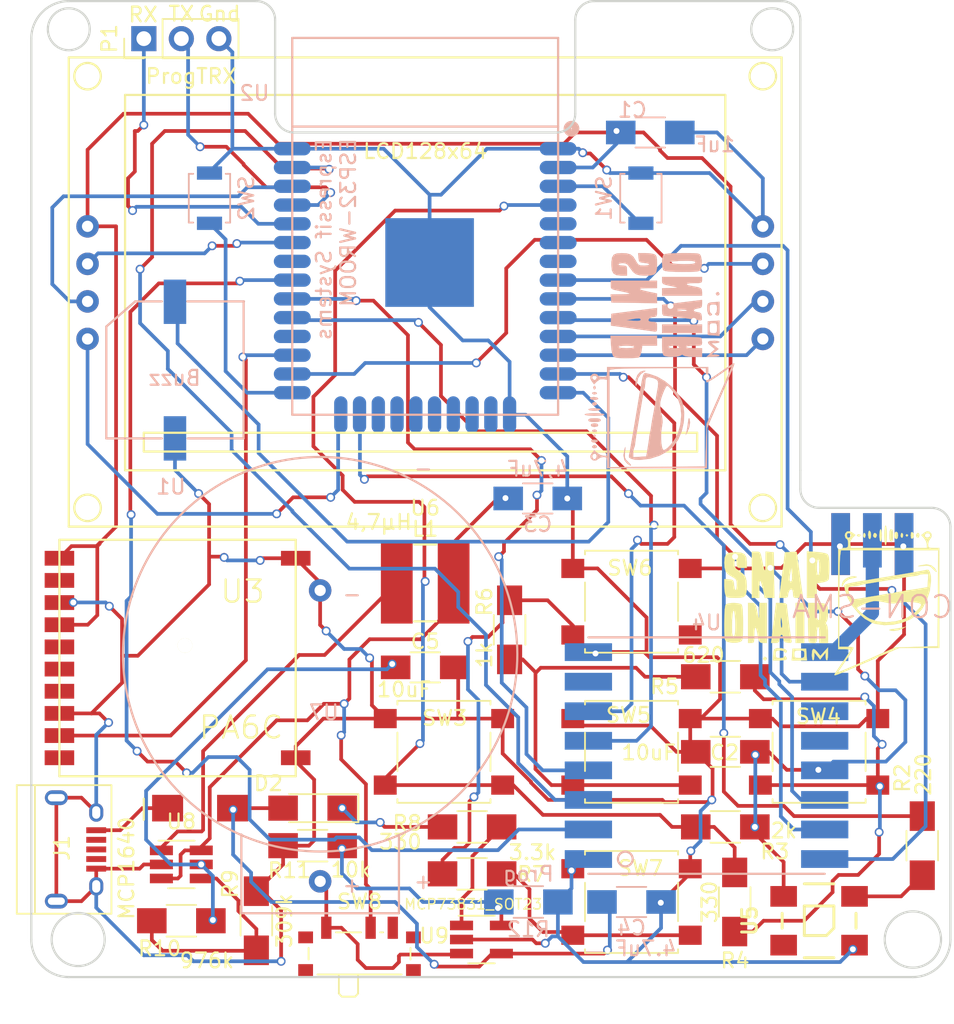
<source format=kicad_pcb>
(kicad_pcb (version 4) (host pcbnew 4.0.4-stable)
  (layers (0 F.Cu signal) (31 B.Cu signal) (34 B.Paste user) (35 F.Paste user) (36 B.SilkS user) (37 F.SilkS user) (38 B.Mask user) (39 F.Mask user) (44 Edge.Cuts user))
  (net 0 "")
  (net 1 GND)
  (net 2 /ANTENNA)
  (net 3 /3.3)
  (net 4 "Net-(C3-Pad1)")
  (net 5 "Net-(C4-Pad1)")
  (net 6 VIN)
  (net 7 "Net-(D1-Pad2)")
  (net 8 "Net-(D2-Pad1)")
  (net 9 "Net-(L1-Pad1)")
  (net 10 /RX)
  (net 11 /TX)
  (net 12 "Net-(R2-Pad1)")
  (net 13 /RGB_SIg)
  (net 14 /Analog_S)
  (net 15 "Net-(R4-Pad2)")
  (net 16 "Net-(R5-Pad2)")
  (net 17 "Net-(R6-Pad2)")
  (net 18 "Net-(R7-Pad2)")
  (net 19 "Net-(R8-Pad2)")
  (net 20 "Net-(R10-Pad2)")
  (net 21 "Net-(R11-Pad1)")
  (net 22 "Net-(R1-Pad1)")
  (net 23 "Net-(SW2-Pad1)")
  (net 24 ToBatt)
  (net 25 /MOSI)
  (net 26 /SCL)
  (net 27 /SDA)
  (net 28 /MISO)
  (net 29 /SCLK)
  (net 30 /CS0)
  (net 31 /GPS_RX)
  (net 32 /D4)
  (net 33 /D2)
  (net 34 /RFMRST)
  (net 35 /RST_SCR)
  (net 36 /IO26SCR)
  (net 37 /DIO0)
  (net 38 /DIO1)
  (net 39 /DIO2)
  (net 40 /IO12)
  (module nodemcu:SMA_EDGE (layer B.Cu) (at 152.1968 82.9056)
    (fp_text reference ANT1 hide)
    (fp_text value CON-SMA (at 0 6.35 180) (layer B.SilkS) (effects (font (size 1.5 1.5)) (justify mirror)))
    (pad 3 smd rect (at -2.1463 2.0955) (size 1.27 4.191) (layers B.Cu B.Paste B.Mask) (net 1 GND))
    (pad 2 smd rect (at 2.1463 2.0955) (size 1.27 4.191) (layers B.Cu B.Paste B.Mask) (net 1 GND))
    (pad 1 smd rect (at 0 1.8415) (size 1.27 3.683) (layers B.Cu B.Paste B.Mask) (net 2 /ANTENNA))
    (pad 5 smd rect (at -2.1463 2.0955) (size 1.27 4.191) (layers F.Cu B.Paste B.Mask) (net 1 GND))
    (pad 4 smd rect (at 2.1463 2.0955) (size 1.27 4.191) (layers F.Cu B.Paste B.Mask) (net 1 GND))
  )
  (module Capacitors_SMD:C_1206_HandSoldering (layer B.Cu) (at 137.16 57.15 180)
    (fp_text reference C1 (at 1.2192 1.524 180) (layer B.SilkS) (effects (justify mirror)))
    (fp_text value 1uF (at -4.3688 -0.8128 180) (layer B.SilkS) (effects (justify mirror)))
    (pad 1 smd rect (at -2 0 180) (size 2 1.6) (layers B.Cu B.Paste B.Mask) (net 1 GND))
    (pad 2 smd rect (at 2 0 180) (size 2 1.6) (layers B.Cu B.Paste B.Mask) (net 3 /3.3))
  )
  (module Capacitors_SMD:C_1206_HandSoldering (layer F.Cu) (at 142.24 99.06)
    (fp_text reference C2 (at -0.0508 0.0508) (layer F.SilkS))
    (fp_text value 10uF (at -5.1816 0.0508) (layer F.SilkS))
    (pad 1 smd rect (at -2 0) (size 2 1.6) (layers F.Cu F.Paste F.Mask) (net 1 GND))
    (pad 2 smd rect (at 2 0) (size 2 1.6) (layers F.Cu F.Paste F.Mask) (net 3 /3.3))
  )
  (module Capacitors_SMD:C_1206_HandSoldering (layer B.Cu) (at 129.54 81.915)
    (fp_text reference C3 (at 0 1.75) (layer B.SilkS) (effects (justify mirror)))
    (fp_text value 4,7uF (at 0 -2) (layer B.SilkS) (effects (justify mirror)))
    (pad 1 smd rect (at -2 0) (size 2 1.6) (layers B.Cu B.Paste B.Mask) (net 4 "Net-(C3-Pad1)"))
    (pad 2 smd rect (at 2 0) (size 2 1.6) (layers B.Cu B.Paste B.Mask) (net 1 GND))
  )
  (module Capacitors_SMD:C_1206_HandSoldering (layer B.Cu) (at 135.89 109.22)
    (fp_text reference C4 (at 0 1.75) (layer B.SilkS) (effects (justify mirror)))
    (fp_text value 4.7uF (at 0.9652 3.1496) (layer B.SilkS) (effects (justify mirror)))
    (pad 1 smd rect (at -2 0) (size 2 1.6) (layers B.Cu B.Paste B.Mask) (net 5 "Net-(C4-Pad1)"))
    (pad 2 smd rect (at 2 0) (size 2 1.6) (layers B.Cu B.Paste B.Mask) (net 1 GND))
  )
  (module Capacitors_SMD:C_1206_HandSoldering (layer F.Cu) (at 121.92 93.345)
    (fp_text reference C5 (at 0 -1.75) (layer F.SilkS))
    (fp_text value 10uF (at -1.4224 1.4986) (layer F.SilkS))
    (pad 1 smd rect (at -2 0) (size 2 1.6) (layers F.Cu F.Paste F.Mask) (net 6 VIN))
    (pad 2 smd rect (at 2 0) (size 2 1.6) (layers F.Cu F.Paste F.Mask) (net 1 GND))
  )
  (module 18650:MBRA140-Zenner (layer F.Cu) (at 106.68 102.87 180)
    (fp_text reference D1)
    (fp_text value MBRA140)
    (fp_text user | (at 3.81 0 180) (layer F.SilkS))
    (pad 1 smd rect (at -2.19964 0 180) (size 2.10058 1.80086) (layers F.Cu F.Paste F.Mask) (net 5 "Net-(C4-Pad1)"))
    (pad 2 smd rect (at 2.19964 0 180) (size 2.10058 1.80086) (layers F.Cu F.Paste F.Mask) (net 7 "Net-(D1-Pad2)"))
  )
  (module LEDs:LED_1206_HandSoldering (layer F.Cu) (at 114.3 102.87 180)
    (fp_text reference D2 (at 2.9972 1.6764 180) (layer F.SilkS))
    (fp_text value Charge)
    (pad 1 smd rect (at -2 0 180) (size 2 1.7) (layers F.Cu F.Paste F.Mask) (net 8 "Net-(D2-Pad1)"))
    (pad 2 smd rect (at 2 0 180) (size 2 1.7) (layers F.Cu F.Paste F.Mask) (net 5 "Net-(C4-Pad1)"))
  )
  (module Connect:USB_Micro-B (layer F.Cu) (at 98.298 105.664 270)
    (fp_text reference J1 (at -0.1016 0.9652 270) (layer F.SilkS))
    (fp_text value USB-MINI-B-SMD)
    (pad 1 smd rect (at -1.3 -1.35) (size 1.35 0.4) (layers F.Cu F.Paste F.Mask) (net 7 "Net-(D1-Pad2)"))
    (pad 2 smd rect (at -0.65 -1.35) (size 1.35 0.4) (layers F.Cu F.Paste F.Mask))
    (pad 3 smd rect (at 0 -1.35) (size 1.35 0.4) (layers F.Cu F.Paste F.Mask))
    (pad 4 smd rect (at 0.65 -1.35) (size 1.35 0.4) (layers F.Cu F.Paste F.Mask))
    (pad 5 smd rect (at 1.3 -1.35) (size 1.35 0.4) (layers F.Cu F.Paste F.Mask) (net 1 GND))
    (pad 6 thru_hole oval (at -2.5 -1.35) (size 0.95 1.25) (drill oval 0.55 0.85) (layers *.Cu *.Mask) (net 1 GND))
    (pad 6 thru_hole oval (at 2.5 -1.35) (size 0.95 1.25) (drill oval 0.55 0.85) (layers *.Cu *.Mask) (net 1 GND))
    (pad 6 thru_hole oval (at -3.5 1.35) (size 1.55 1) (drill oval 1.15 0.5) (layers *.Cu *.Mask) (net 1 GND))
    (pad 6 thru_hole oval (at 3.5 1.35) (size 1.55 1) (drill oval 1.15 0.5) (layers *.Cu *.Mask) (net 1 GND))
  )
  (module 18650:Choke_CD54 (layer F.Cu) (at 121.92 87.63)
    (fp_text reference L1 (at 0 -3.65 180) (layer F.SilkS))
    (fp_text value 4,7µH (at -3.1496 -4.1148) (layer F.SilkS))
    (pad 1 smd rect (at -1.925 0 90) (size 5.5 2.15) (layers F.Cu F.Paste F.Mask) (net 9 "Net-(L1-Pad1)"))
    (pad 2 smd rect (at 1.925 0 90) (size 5.5 2.15) (layers F.Cu F.Paste F.Mask) (net 4 "Net-(C3-Pad1)"))
  )
  (module Socket_Strips:Socket_Strip_Straight_1x03_Pitch2.54mm (layer F.Cu) (at 102.87 50.8 90)
    (fp_text reference P1 (at 0 -2.33 90) (layer F.SilkS))
    (fp_text value ProgTRX (at -2.54 3.2004 180) (layer F.SilkS))
    (pad 1 thru_hole rect (at 0 0 90) (size 1.7 1.7) (drill 1) (layers *.Cu *.Mask) (net 10 /RX))
    (pad 2 thru_hole oval (at 0 2.54 90) (size 1.7 1.7) (drill 1) (layers *.Cu *.Mask) (net 11 /TX))
    (pad 3 thru_hole oval (at 0 5.08 90) (size 1.7 1.7) (drill 1) (layers *.Cu *.Mask) (net 1 GND))
  )
  (module Resistors_SMD:R_1206_HandSoldering (layer F.Cu) (at 155.575 105.41 90)
    (fp_text reference R2 (at 4.572 -1.3462 90) (layer F.SilkS))
    (fp_text value 220 (at 4.826 0.0762 90) (layer F.SilkS))
    (pad 1 smd rect (at -2 0 90) (size 2 1.7) (layers F.Cu F.Paste F.Mask) (net 12 "Net-(R2-Pad1)"))
    (pad 2 smd rect (at 2 0 90) (size 2 1.7) (layers F.Cu F.Paste F.Mask) (net 13 /RGB_SIg))
  )
  (module Resistors_SMD:R_1206_HandSoldering (layer F.Cu) (at 142.24 104.14 180)
    (fp_text reference R3 (at -3.3528 -1.6764 180) (layer F.SilkS))
    (fp_text value 2k (at -3.9624 -0.254 180) (layer F.SilkS))
    (pad 1 smd rect (at -2 0 180) (size 2 1.7) (layers F.Cu F.Paste F.Mask) (net 3 /3.3))
    (pad 2 smd rect (at 2 0 180) (size 2 1.7) (layers F.Cu F.Paste F.Mask) (net 14 /Analog_S))
  )
  (module Resistors_SMD:R_1206_HandSoldering (layer F.Cu) (at 142.875 109.22 270)
    (fp_text reference R4 (at 3.9624 -0.0254 360) (layer F.SilkS))
    (fp_text value 330 (at 0 1.7018 270) (layer F.SilkS))
    (pad 1 smd rect (at -2 0 270) (size 2 1.7) (layers F.Cu F.Paste F.Mask) (net 14 /Analog_S))
    (pad 2 smd rect (at 2 0 270) (size 2 1.7) (layers F.Cu F.Paste F.Mask) (net 15 "Net-(R4-Pad2)"))
  )
  (module Resistors_SMD:R_1206_HandSoldering (layer F.Cu) (at 142.24 93.98 180)
    (fp_text reference R5 (at 4.1148 -0.6604 180) (layer F.SilkS))
    (fp_text value 620 (at 1.4732 1.4732 180) (layer F.SilkS))
    (pad 1 smd rect (at -2 0 180) (size 2 1.7) (layers F.Cu F.Paste F.Mask) (net 15 "Net-(R4-Pad2)"))
    (pad 2 smd rect (at 2 0 180) (size 2 1.7) (layers F.Cu F.Paste F.Mask) (net 16 "Net-(R5-Pad2)"))
  )
  (module Resistors_SMD:R_1206_HandSoldering (layer F.Cu) (at 127.635 90.805 90)
    (fp_text reference R6 (at 1.905 -1.7018 90) (layer F.SilkS))
    (fp_text value 1k (at -1.7018 -1.7018 90) (layer F.SilkS))
    (pad 1 smd rect (at -2 0 90) (size 2 1.7) (layers F.Cu F.Paste F.Mask) (net 16 "Net-(R5-Pad2)"))
    (pad 2 smd rect (at 2 0 90) (size 2 1.7) (layers F.Cu F.Paste F.Mask) (net 17 "Net-(R6-Pad2)"))
  )
  (module Resistors_SMD:R_1206_HandSoldering (layer F.Cu) (at 125.095 107.315)
    (fp_text reference R7 (at 4.0386 0.0254) (layer F.SilkS))
    (fp_text value 3.3k (at 4.0894 -1.4478) (layer F.SilkS))
    (pad 1 smd rect (at -2 0) (size 2 1.7) (layers F.Cu F.Paste F.Mask) (net 17 "Net-(R6-Pad2)"))
    (pad 2 smd rect (at 2 0) (size 2 1.7) (layers F.Cu F.Paste F.Mask) (net 18 "Net-(R7-Pad2)"))
  )
  (module Resistors_SMD:R_1206_HandSoldering (layer F.Cu) (at 125.095 104.14)
    (fp_text reference R8 (at -4.3942 -0.254) (layer F.SilkS))
    (fp_text value 330 (at -4.8514 1.016) (layer F.SilkS))
    (pad 1 smd rect (at -2 0) (size 2 1.7) (layers F.Cu F.Paste F.Mask) (net 8 "Net-(D2-Pad1)"))
    (pad 2 smd rect (at 2 0) (size 2 1.7) (layers F.Cu F.Paste F.Mask) (net 19 "Net-(R8-Pad2)"))
  )
  (module Resistors_SMD:R_1206_HandSoldering (layer F.Cu) (at 110.49 110.49 90)
    (fp_text reference R9 (at 2.4892 -1.778 90) (layer F.SilkS))
    (fp_text value 309k (at 0 1.9 90) (layer F.SilkS))
    (pad 1 smd rect (at -2 0 90) (size 2 1.7) (layers F.Cu F.Paste F.Mask) (net 20 "Net-(R10-Pad2)"))
    (pad 2 smd rect (at 2 0 90) (size 2 1.7) (layers F.Cu F.Paste F.Mask) (net 1 GND))
  )
  (module Resistors_SMD:R_1206_HandSoldering (layer F.Cu) (at 105.41 110.49 180)
    (fp_text reference R10 (at 1.4732 -1.8796 180) (layer F.SilkS))
    (fp_text value 976k (at -1.7272 -2.6924 180) (layer F.SilkS))
    (pad 1 smd rect (at -2 0 180) (size 2 1.7) (layers F.Cu F.Paste F.Mask) (net 6 VIN))
    (pad 2 smd rect (at 2 0 180) (size 2 1.7) (layers F.Cu F.Paste F.Mask) (net 20 "Net-(R10-Pad2)"))
  )
  (module Resistors_SMD:R_1206_HandSoldering (layer F.Cu) (at 114.3 105.41 180)
    (fp_text reference R11 (at 1.5748 -1.6764 180) (layer F.SilkS))
    (fp_text value 10k (at -2.5908 -1.6256 180) (layer F.SilkS))
    (pad 1 smd rect (at -2 0 180) (size 2 1.7) (layers F.Cu F.Paste F.Mask) (net 21 "Net-(R11-Pad1)"))
    (pad 2 smd rect (at 2 0 180) (size 2 1.7) (layers F.Cu F.Paste F.Mask) (net 1 GND))
  )
  (module Resistors_SMD:R_1206_HandSoldering (layer B.Cu) (at 128.905 109.22)
    (fp_text reference R12 (at 0 1.85) (layer B.SilkS) (effects (justify mirror)))
    (fp_text value Prog (at 0 -1.9) (layer B.SilkS) (effects (justify mirror)))
    (pad 1 smd rect (at -2 0) (size 2 1.7) (layers B.Cu B.Paste B.Mask) (net 21 "Net-(R11-Pad1)"))
    (pad 2 smd rect (at 2 0) (size 2 1.7) (layers B.Cu B.Paste B.Mask) (net 1 GND))
  )
  (module Buttons_Switches_SMD:SW_SPST_B3U-1000P (layer B.Cu) (at 136.525 61.595 270)
    (fp_text reference SW1 (at 0 2.5 270) (layer B.SilkS) (effects (justify mirror)))
    (fp_text value Reset)
    (pad 1 smd rect (at -1.7 0 270) (size 0.9 1.7) (layers B.Cu B.Paste B.Mask) (net 1 GND))
    (pad 2 smd rect (at 1.7 0 270) (size 0.9 1.7) (layers B.Cu B.Paste B.Mask) (net 22 "Net-(R1-Pad1)"))
  )
  (module Buttons_Switches_SMD:SW_SPST_B3U-1000P (layer B.Cu) (at 107.315 61.595 90)
    (fp_text reference SW2 (at 0 2.5 90) (layer B.SilkS) (effects (justify mirror)))
    (fp_text value Boot_Flash)
    (pad 1 smd rect (at -1.7 0 90) (size 0.9 1.7) (layers B.Cu B.Paste B.Mask) (net 23 "Net-(SW2-Pad1)"))
    (pad 2 smd rect (at 1.7 0 90) (size 0.9 1.7) (layers B.Cu B.Paste B.Mask) (net 1 GND))
  )
  (module Buttons_Switches_SMD:SW_SPST_B3S-1000 (layer F.Cu) (at 123.19 99.06)
    (fp_text reference SW3 (at 0.0508 -2.286) (layer F.SilkS))
    (fp_text value UP)
    (pad 1 smd rect (at -3.975 -2.25) (size 1.55 1.3) (layers F.Cu F.Paste F.Mask) (net 1 GND))
    (pad 1 smd rect (at 3.975 -2.25) (size 1.55 1.3) (layers F.Cu F.Paste F.Mask) (net 1 GND))
    (pad 2 smd rect (at -3.975 2.25) (size 1.55 1.3) (layers F.Cu F.Paste F.Mask) (net 14 /Analog_S))
    (pad 2 smd rect (at 3.975 2.25) (size 1.55 1.3) (layers F.Cu F.Paste F.Mask) (net 14 /Analog_S))
  )
  (module Buttons_Switches_SMD:SW_SPST_B3S-1000 (layer F.Cu) (at 148.59 99.06)
    (fp_text reference SW4 (at -0.0508 -2.3876) (layer F.SilkS))
    (fp_text value Down)
    (pad 1 smd rect (at -3.975 -2.25) (size 1.55 1.3) (layers F.Cu F.Paste F.Mask) (net 1 GND))
    (pad 1 smd rect (at 3.975 -2.25) (size 1.55 1.3) (layers F.Cu F.Paste F.Mask) (net 1 GND))
    (pad 2 smd rect (at -3.975 2.25) (size 1.55 1.3) (layers F.Cu F.Paste F.Mask) (net 15 "Net-(R4-Pad2)"))
    (pad 2 smd rect (at 3.975 2.25) (size 1.55 1.3) (layers F.Cu F.Paste F.Mask) (net 15 "Net-(R4-Pad2)"))
  )
  (module Buttons_Switches_SMD:SW_SPST_B3S-1000 (layer F.Cu) (at 135.89 99.06)
    (fp_text reference SW5 (at -0.2032 -2.4892) (layer F.SilkS))
    (fp_text value Left)
    (pad 1 smd rect (at -3.975 -2.25) (size 1.55 1.3) (layers F.Cu F.Paste F.Mask) (net 1 GND))
    (pad 1 smd rect (at 3.975 -2.25) (size 1.55 1.3) (layers F.Cu F.Paste F.Mask) (net 1 GND))
    (pad 2 smd rect (at -3.975 2.25) (size 1.55 1.3) (layers F.Cu F.Paste F.Mask) (net 16 "Net-(R5-Pad2)"))
    (pad 2 smd rect (at 3.975 2.25) (size 1.55 1.3) (layers F.Cu F.Paste F.Mask) (net 16 "Net-(R5-Pad2)"))
  )
  (module Buttons_Switches_SMD:SW_SPST_B3S-1000 (layer F.Cu) (at 135.89 88.9)
    (fp_text reference SW6 (at -0.1016 -2.286) (layer F.SilkS))
    (fp_text value Right)
    (pad 1 smd rect (at -3.975 -2.25) (size 1.55 1.3) (layers F.Cu F.Paste F.Mask) (net 1 GND))
    (pad 1 smd rect (at 3.975 -2.25) (size 1.55 1.3) (layers F.Cu F.Paste F.Mask) (net 1 GND))
    (pad 2 smd rect (at -3.975 2.25) (size 1.55 1.3) (layers F.Cu F.Paste F.Mask) (net 17 "Net-(R6-Pad2)"))
    (pad 2 smd rect (at 3.975 2.25) (size 1.55 1.3) (layers F.Cu F.Paste F.Mask) (net 17 "Net-(R6-Pad2)"))
  )
  (module Buttons_Switches_SMD:SW_SPST_B3S-1000 (layer F.Cu) (at 135.89 109.22)
    (fp_text reference SW7 (at 0.6096 -2.286) (layer F.SilkS))
    (fp_text value Ok)
    (pad 1 smd rect (at -3.975 -2.25) (size 1.55 1.3) (layers F.Cu F.Paste F.Mask) (net 1 GND))
    (pad 1 smd rect (at 3.975 -2.25) (size 1.55 1.3) (layers F.Cu F.Paste F.Mask) (net 1 GND))
    (pad 2 smd rect (at -3.975 2.25) (size 1.55 1.3) (layers F.Cu F.Paste F.Mask) (net 18 "Net-(R7-Pad2)"))
    (pad 2 smd rect (at 3.975 2.25) (size 1.55 1.3) (layers F.Cu F.Paste F.Mask) (net 18 "Net-(R7-Pad2)"))
  )
  (module nodemcu:SW_SPDT_PCM12 (layer F.Cu) (at 117.475 112.395)
    (fp_text reference SW8 (at 0 -3.2) (layer F.SilkS))
    (fp_text value SPST)
    (pad "" np_thru_hole circle (at -1.5 0.33) (size 0.9 0.9) (drill 0.9) (layers *.Cu *.Mask))
    (pad "" np_thru_hole circle (at 1.5 0.33) (size 0.9 0.9) (drill 0.9) (layers *.Cu *.Mask))
    (pad 1 smd rect (at -2.25 -1.43) (size 0.7 1.5) (layers F.Cu F.Paste F.Mask) (net 24 ToBatt))
    (pad 2 smd rect (at 0.75 -1.43) (size 0.7 1.5) (layers F.Cu F.Paste F.Mask) (net 4 "Net-(C3-Pad1)"))
    (pad 3 smd rect (at 2.25 -1.43) (size 0.7 1.5) (layers F.Cu F.Paste F.Mask))
    (pad "" smd rect (at -3.65 1.43) (size 1 0.8) (layers F.Cu F.Paste F.Mask))
    (pad "" smd rect (at 3.65 1.43) (size 1 0.8) (layers F.Cu F.Paste F.Mask))
    (pad "" smd rect (at 3.65 -0.78) (size 1 0.8) (layers F.Cu F.Paste F.Mask))
    (pad "" smd rect (at -3.65 -0.78) (size 1 0.8) (layers F.Cu F.Paste F.Mask))
  )
  (module Buzzer93_kicad-master:Buzzer93 (layer B.Cu) (at 100.33 68.58)
    (fp_text reference U1 (at 4.3688 12.5476) (layer B.SilkS) (effects (justify mirror)))
    (fp_text value Buzzer93)
    (fp_text user Buzz (at 4.6228 5.1816) (layer B.SilkS) (effects (justify mirror)))
    (pad 1 smd rect (at 4.6482 0.0254) (size 1.524 3) (layers B.Cu B.Paste B.Mask) (net 40 /IO12))
    (pad 2 smd rect (at 4.6482 9.271) (size 1.524 3) (layers B.Cu B.Paste B.Mask) (net 1 GND))
  )
  (module ESP32-footprints-Lib:ESP32-WROOM (layer B.Cu) (at 121.92 63.5)
    (fp_text reference U2 (at -11.557 -9.017) (layer B.SilkS) (effects (justify mirror)))
    (fp_text value ESP32-WROOM)
    (fp_text user "Espressif Systems" (at -6.858 0.889 270) (layer B.SilkS) (effects (justify mirror)))
    (fp_text user ESP32-WROOM (at -5.207 -0.254 270) (layer B.SilkS) (effects (justify mirror)))
    (pad 38 smd oval (at -9 -5.25) (size 2.5 0.9) (layers B.Cu B.Paste B.Mask) (net 1 GND))
    (pad 37 smd oval (at -9 -3.98) (size 2.5 0.9) (layers B.Cu B.Paste B.Mask) (net 25 /MOSI))
    (pad 36 smd oval (at -9 -2.71) (size 2.5 0.9) (layers B.Cu B.Paste B.Mask) (net 26 /SCL))
    (pad 35 smd oval (at -9 -1.44) (size 2.5 0.9) (layers B.Cu B.Paste B.Mask) (net 11 /TX))
    (pad 34 smd oval (at -9 -0.17) (size 2.5 0.9) (layers B.Cu B.Paste B.Mask) (net 10 /RX))
    (pad 33 smd oval (at -9 1.1) (size 2.5 0.9) (layers B.Cu B.Paste B.Mask) (net 27 /SDA))
    (pad 32 smd oval (at -9 2.37) (size 2.5 0.9) (layers B.Cu B.Paste B.Mask))
    (pad 31 smd oval (at -9 3.64) (size 2.5 0.9) (layers B.Cu B.Paste B.Mask) (net 28 /MISO))
    (pad 30 smd oval (at -9 4.91) (size 2.5 0.9) (layers B.Cu B.Paste B.Mask) (net 29 /SCLK))
    (pad 29 smd oval (at -9 6.18) (size 2.5 0.9) (layers B.Cu B.Paste B.Mask) (net 30 /CS0))
    (pad 28 smd oval (at -9 7.45) (size 2.5 0.9) (layers B.Cu B.Paste B.Mask))
    (pad 27 smd oval (at -9 8.72) (size 2.5 0.9) (layers B.Cu B.Paste B.Mask) (net 31 /GPS_RX))
    (pad 26 smd oval (at -9 9.99) (size 2.5 0.9) (layers B.Cu B.Paste B.Mask) (net 32 /D4))
    (pad 25 smd oval (at -9 11.26) (size 2.5 0.9) (layers B.Cu B.Paste B.Mask) (net 23 "Net-(SW2-Pad1)"))
    (pad 24 smd oval (at -5.715 12.75) (size 0.9 2.5) (layers B.Cu B.Paste B.Mask) (net 33 /D2))
    (pad 23 smd oval (at -4.445 12.75) (size 0.9 2.5) (layers B.Cu B.Paste B.Mask) (net 13 /RGB_SIg))
    (pad 22 smd oval (at -3.175 12.75) (size 0.9 2.5) (layers B.Cu B.Paste B.Mask))
    (pad 21 smd oval (at -1.905 12.75) (size 0.9 2.5) (layers B.Cu B.Paste B.Mask))
    (pad 20 smd oval (at -0.635 12.75) (size 0.9 2.5) (layers B.Cu B.Paste B.Mask))
    (pad 19 smd oval (at 0.635 12.75) (size 0.9 2.5) (layers B.Cu B.Paste B.Mask))
    (pad 18 smd oval (at 1.905 12.75) (size 0.9 2.5) (layers B.Cu B.Paste B.Mask))
    (pad 17 smd oval (at 3.175 12.75) (size 0.9 2.5) (layers B.Cu B.Paste B.Mask))
    (pad 16 smd oval (at 4.445 12.75) (size 0.9 2.5) (layers B.Cu B.Paste B.Mask))
    (pad 15 smd oval (at 5.715 12.75) (size 0.9 2.5) (layers B.Cu B.Paste B.Mask) (net 1 GND))
    (pad 14 smd oval (at 9 11.26) (size 2.5 0.9) (layers B.Cu B.Paste B.Mask) (net 40 /IO12))
    (pad 13 smd oval (at 9 9.99) (size 2.5 0.9) (layers B.Cu B.Paste B.Mask) (net 34 /RFMRST))
    (pad 12 smd oval (at 9 8.72) (size 2.5 0.9) (layers B.Cu B.Paste B.Mask) (net 35 /RST_SCR))
    (pad 11 smd oval (at 9 7.45) (size 2.5 0.9) (layers B.Cu B.Paste B.Mask) (net 36 /IO26SCR))
    (pad 10 smd oval (at 9 6.18) (size 2.5 0.9) (layers B.Cu B.Paste B.Mask) (net 37 /DIO0))
    (pad 9 smd oval (at 9 4.91) (size 2.5 0.9) (layers B.Cu B.Paste B.Mask) (net 38 /DIO1))
    (pad 8 smd oval (at 9 3.64) (size 2.5 0.9) (layers B.Cu B.Paste B.Mask) (net 39 /DIO2))
    (pad 7 smd oval (at 9 2.37) (size 2.5 0.9) (layers B.Cu B.Paste B.Mask))
    (pad 6 smd oval (at 9 1.1) (size 2.5 0.9) (layers B.Cu B.Paste B.Mask))
    (pad 5 smd oval (at 9 -0.17) (size 2.5 0.9) (layers B.Cu B.Paste B.Mask))
    (pad 4 smd oval (at 9 -1.44) (size 2.5 0.9) (layers B.Cu B.Paste B.Mask) (net 14 /Analog_S))
    (pad 3 smd oval (at 9 -2.71) (size 2.5 0.9) (layers B.Cu B.Paste B.Mask) (net 22 "Net-(R1-Pad1)"))
    (pad 2 smd oval (at 9 -3.98) (size 2.5 0.9) (layers B.Cu B.Paste B.Mask) (net 3 /3.3))
    (pad 1 smd oval (at 9 -5.25) (size 2.5 0.9) (layers B.Cu B.Paste B.Mask) (net 1 GND))
    (pad 39 smd rect (at 0.3 2.45) (size 6 6) (layers B.Cu B.Paste B.Mask) (net 1 GND))
  )
  (module 18650:PA6C (layer F.Cu) (at 97.155 92.71)
    (fp_text reference U3 (at 12.4 -4.5) (layer F.SilkS) (effects (font (size 1.5 1.5))))
    (fp_text value PA6C (at 12.3 4.7) (layer F.SilkS) (effects (font (size 1.5 1.5))))
    (pad 6 smd rect (at 0 0.75) (size 2 1) (layers F.Cu F.Paste F.Mask))
    (pad 5 smd rect (at 0 -0.75) (size 2 1) (layers F.Cu F.Paste F.Mask))
    (pad 10 smd rect (at 0 6.75) (size 2 1) (layers F.Cu F.Paste F.Mask))
    (pad 9 smd rect (at 0 5.25) (size 2 1) (layers F.Cu F.Paste F.Mask) (net 31 /GPS_RX))
    (pad 8 smd rect (at 0 3.75) (size 2 1) (layers F.Cu F.Paste F.Mask) (net 1 GND))
    (pad 7 smd rect (at 0 2.25) (size 2 1) (layers F.Cu F.Paste F.Mask))
    (pad 4 smd rect (at 0 -2.25) (size 2 1) (layers F.Cu F.Paste F.Mask) (net 3 /3.3))
    (pad 3 smd rect (at 0 -3.75) (size 2 1) (layers F.Cu F.Paste F.Mask) (net 1 GND))
    (pad 2 smd rect (at 0 -5.25) (size 2 1) (layers F.Cu F.Paste F.Mask))
    (pad 1 smd rect (at 0 -6.75) (size 2 1) (layers F.Cu F.Paste F.Mask) (net 3 /3.3))
    (pad 11 smd rect (at 16 -6.75) (size 2 1) (layers F.Cu F.Paste F.Mask) (net 1 GND))
    (pad 12 smd rect (at 16 6.75) (size 2 1) (layers F.Cu F.Paste F.Mask) (net 1 GND))
    (pad "" np_thru_hole circle (at 8.5 -0.85) (size 1 1) (drill 1) (layers *.Cu *.Mask F.SilkS))
  )
  (module 18650:RFM95W (layer B.Cu) (at 140.97 99.314)
    (fp_text reference U4 (at 0 -9) (layer B.SilkS) (effects (justify mirror)))
    (fp_text value RFM95W-868S2)
    (pad 1 smd rect (at -8 7) (size 3.2 1.2) (layers B.Cu B.Paste B.Mask) (net 1 GND))
    (pad 2 smd rect (at -8 5) (size 3.2 1.2) (layers B.Cu B.Paste B.Mask) (net 28 /MISO))
    (pad 3 smd rect (at -8 3) (size 3.2 1.2) (layers B.Cu B.Paste B.Mask) (net 25 /MOSI))
    (pad 4 smd rect (at -8 1) (size 3.2 1.2) (layers B.Cu B.Paste B.Mask) (net 29 /SCLK))
    (pad 5 smd rect (at -8 -1) (size 3.2 1.2) (layers B.Cu B.Paste B.Mask) (net 30 /CS0))
    (pad 6 smd rect (at -8 -3) (size 3.2 1.2) (layers B.Cu B.Paste B.Mask) (net 34 /RFMRST))
    (pad 7 smd rect (at -8 -5) (size 3.2 1.2) (layers B.Cu B.Paste B.Mask))
    (pad 8 smd rect (at -8 -7) (size 3.2 1.2) (layers B.Cu B.Paste B.Mask) (net 1 GND))
    (pad 9 smd rect (at 8 -7) (size 3.2 1.2) (layers B.Cu B.Paste B.Mask) (net 2 /ANTENNA))
    (pad 10 smd rect (at 8 -5) (size 3.2 1.2) (layers B.Cu B.Paste B.Mask) (net 1 GND))
    (pad 11 smd rect (at 8 -3) (size 3.2 1.2) (layers B.Cu B.Paste B.Mask))
    (pad 12 smd rect (at 8 -1) (size 3.2 1.2) (layers B.Cu B.Paste B.Mask))
    (pad 13 smd rect (at 8 1) (size 3.2 1.2) (layers B.Cu B.Paste B.Mask) (net 3 /3.3))
    (pad 14 smd rect (at 8 3) (size 3.2 1.2) (layers B.Cu B.Paste B.Mask) (net 37 /DIO0))
    (pad 15 smd rect (at 8 5) (size 3.2 1.2) (layers B.Cu B.Paste B.Mask) (net 38 /DIO1))
    (pad 16 smd rect (at 8 7) (size 3.2 1.2) (layers B.Cu B.Paste B.Mask) (net 39 /DIO2))
  )
  (module 18650:WS2812B (layer F.Cu) (at 148.59 110.49 90)
    (fp_text reference U5 (at 0 -4.7 90) (layer F.SilkS) (effects (font (thickness 0.2))))
    (fp_text value WS2812B hide)
    (pad 1 smd rect (at 1.65 -2.4 90) (size 1.4 1.8) (layers F.Cu F.Paste F.Mask) (net 3 /3.3))
    (pad 2 smd rect (at -1.65 -2.4 90) (size 1.4 1.8) (layers F.Cu F.Paste F.Mask))
    (pad 3 smd rect (at -1.65 2.4 90) (size 1.4 1.8) (layers F.Cu F.Paste F.Mask) (net 1 GND))
    (pad 4 smd rect (at 1.65 2.4 90) (size 1.4 1.8) (layers F.Cu F.Paste F.Mask) (net 12 "Net-(R2-Pad1)"))
  )
  (module Buzzer93_kicad-master:LCD128x64_ST7567 (layer F.Cu) (at 99.06 71.12)
    (fp_text reference U6 (at 22.86 11.43) (layer F.SilkS))
    (fp_text value ST7567LCD128x64)
    (fp_text user LCD128x64 (at 22.86 -12.7) (layer F.SilkS))
    (pad 4 thru_hole circle (at 0 0) (size 1.524 1.524) (drill 0.762) (layers *.Cu *.Mask) (net 33 /D2))
    (pad 3 thru_hole circle (at 0 -2.54) (size 1.524 1.524) (drill 0.762) (layers *.Cu *.Mask) (net 26 /SCL))
    (pad 2 thru_hole circle (at 0 -5.08) (size 1.524 1.524) (drill 0.762) (layers *.Cu *.Mask) (net 27 /SDA))
    (pad 1 thru_hole circle (at 0 -7.62) (size 1.524 1.524) (drill 0.762) (layers *.Cu *.Mask) (net 3 /3.3))
    (pad 8 thru_hole circle (at 45.72 0) (size 1.524 1.524) (drill 0.762) (layers *.Cu *.Mask) (net 35 /RST_SCR))
    (pad 7 thru_hole circle (at 45.72 -2.54) (size 1.524 1.524) (drill 0.762) (layers *.Cu *.Mask) (net 36 /IO26SCR))
    (pad 6 thru_hole circle (at 45.72 -5.08) (size 1.524 1.524) (drill 0.762) (layers *.Cu *.Mask) (net 32 /D4))
    (pad 5 thru_hole circle (at 45.72 -7.62) (size 1.524 1.524) (drill 0.762) (layers *.Cu *.Mask) (net 1 GND))
  )
  (module 18650:BATT_CR2450_Holder (layer B.Cu) (at 114.808 88.138)
    (fp_text reference U7 (at 0.254 8.255) (layer B.SilkS) (effects (justify mirror)))
    (fp_text value CR2450)
    (fp_text user - (at 6.985 -8.255) (layer B.SilkS) (effects (justify mirror)))
    (fp_text user + (at 6.985 19.685) (layer B.SilkS) (effects (justify mirror)))
    (fp_text user - (at 2.159 0.254) (layer B.SilkS) (effects (justify mirror)))
    (fp_text user + (at 2.159 19.939) (layer B.SilkS) (effects (justify mirror)))
    (pad 2 thru_hole circle (at 0 0) (size 1.524 1.524) (drill 0.762) (layers *.Cu *.Mask) (net 1 GND))
    (pad 1 thru_hole circle (at 0 19.685) (size 1.524 1.524) (drill 0.762) (layers *.Cu *.Mask) (net 24 ToBatt))
  )
  (module 18650:MCP1640_SOT23-6 (layer F.Cu) (at 105.41 106.68)
    (fp_text reference U8 (at 0 -2.9) (layer F.SilkS))
    (fp_text value MCP1640 (at -3.7084 0.254 90) (layer F.SilkS))
    (pad 6 smd rect (at 1.3462 -0.9525) (size 1.56 0.65) (layers F.Cu F.Paste F.Mask) (net 4 "Net-(C3-Pad1)"))
    (pad 1 smd rect (at -1.35 -0.95) (size 1.56 0.65) (layers F.Cu F.Paste F.Mask) (net 9 "Net-(L1-Pad1)"))
    (pad 2 smd rect (at -1.35 0) (size 1.56 0.65) (layers F.Cu F.Paste F.Mask) (net 1 GND))
    (pad 3 smd rect (at -1.35 0.95) (size 1.56 0.65) (layers F.Cu F.Paste F.Mask) (net 4 "Net-(C3-Pad1)"))
    (pad 4 smd rect (at 1.35 0.95) (size 1.56 0.65) (layers F.Cu F.Paste F.Mask) (net 20 "Net-(R10-Pad2)"))
    (pad 5 smd rect (at 1.3462 0) (size 1.56 0.65) (layers F.Cu F.Paste F.Mask) (net 6 VIN))
  )
  (module TO_SOT_Packages_SMD:SOT-23-5_HandSoldering (layer F.Cu) (at 125.73 111.76)
    (fp_text reference U9 (at -3.2004 -0.254) (layer F.SilkS))
    (fp_text value MCP73831_SOT23 (at -0.5588 -2.3876) (layer F.SilkS) (effects (font (size 0.7 0.7) (thickness 0.1))))
    (pad 1 smd rect (at -1.35 -0.95) (size 1.56 0.65) (layers F.Cu F.Paste F.Mask) (net 19 "Net-(R8-Pad2)"))
    (pad 2 smd rect (at -1.35 0) (size 1.56 0.65) (layers F.Cu F.Paste F.Mask) (net 1 GND))
    (pad 3 smd rect (at -1.35 0.95) (size 1.56 0.65) (layers F.Cu F.Paste F.Mask) (net 24 ToBatt))
    (pad 4 smd rect (at 1.35 0.95) (size 1.56 0.65) (layers F.Cu F.Paste F.Mask) (net 5 "Net-(C4-Pad1)"))
    (pad 5 smd rect (at 1.35 -0.95) (size 1.56 0.65) (layers F.Cu F.Paste F.Mask) (net 21 "Net-(R11-Pad1)"))
  )
  (module 18650:SOALogo2 (layer F.Cu) (at 149.4536 88.9)
    (fp_text reference G*** hide)
    (fp_text value LOGO hide)
  )
  (module 18650:SOALogo2 (layer B.Cu) (at 137.8712 72.5932 270)
    (fp_text reference G*** hide)
    (fp_text value LOGO hide)
  )
  (gr_text Gnd (at 108.0008 49.1236) (layer F.SilkS) (effects (font (size 1 1))))
  (gr_text TX (at 105.41 49.1236) (layer F.SilkS) (effects (font (size 1 1))))
  (gr_text RX (at 102.8192 49.1744) (layer F.SilkS) (effects (font (size 1 1))))
  (gr_circle (center 98.425 111.76) (end 99.695 110.49) (layer Edge.Cuts) (width 0.15))
  (gr_circle (center 97.79 50.165) (end 99.06 49.53) (layer Edge.Cuts) (width 0.15))
  (gr_circle (center 145.415 50.165) (end 146.05 48.895) (layer Edge.Cuts) (width 0.15))
  (gr_circle (center 154.94 111.76) (end 156.845 111.76) (layer Edge.Cuts) (width 0.15))
  (gr_arc (start 154.94 111.76) (end 157.48 111.76) (angle 90) (layer Edge.Cuts) (width 0.15))
  (gr_arc (start 156.21 83.82) (end 156.21 82.55) (angle 90) (layer Edge.Cuts) (width 0.15))
  (gr_line (start 147.32 81.28) (end 147.32 80.01) (angle 90) (layer Edge.Cuts) (width 0.15))
  (gr_arc (start 148.59 81.28) (end 148.59 82.55) (angle 90) (layer Edge.Cuts) (width 0.15))
  (gr_arc (start 146.05 49.53) (end 146.05 48.26) (angle 90) (layer Edge.Cuts) (width 0.15))
  (gr_arc (start 133.35 49.53) (end 132.08 49.53) (angle 90) (layer Edge.Cuts) (width 0.15))
  (gr_arc (start 130.81 55.88) (end 132.08 55.88) (angle 90) (layer Edge.Cuts) (width 0.15))
  (gr_arc (start 113.03 55.88) (end 113.03 57.15) (angle 90) (layer Edge.Cuts) (width 0.15))
  (gr_arc (start 110.49 49.53) (end 110.49 48.26) (angle 90) (layer Edge.Cuts) (width 0.15))
  (gr_arc (start 97.79 50.8) (end 95.25 50.8) (angle 90) (layer Edge.Cuts) (width 0.15))
  (gr_arc (start 97.79 111.76) (end 97.79 114.3) (angle 90) (layer Edge.Cuts) (width 0.15))
  (gr_line (start 154.94 114.3) (end 97.79 114.3) (angle 90) (layer Edge.Cuts) (width 0.15))
  (gr_line (start 157.48 83.82) (end 157.48 111.76) (angle 90) (layer Edge.Cuts) (width 0.15))
  (gr_line (start 148.59 82.55) (end 156.21 82.55) (angle 90) (layer Edge.Cuts) (width 0.15))
  (gr_line (start 147.32 49.53) (end 147.32 80.01) (angle 90) (layer Edge.Cuts) (width 0.15))
  (gr_line (start 133.35 48.26) (end 146.05 48.26) (angle 90) (layer Edge.Cuts) (width 0.15))
  (gr_line (start 132.08 55.88) (end 132.08 49.53) (angle 90) (layer Edge.Cuts) (width 0.15))
  (gr_line (start 113.03 57.15) (end 130.81 57.15) (angle 90) (layer Edge.Cuts) (width 0.15))
  (gr_line (start 111.76 49.53) (end 111.76 55.88) (angle 90) (layer Edge.Cuts) (width 0.15))
  (gr_line (start 97.79 48.26) (end 110.49 48.26) (angle 90) (layer Edge.Cuts) (width 0.15))
  (gr_line (start 95.25 50.8) (end 95.25 111.76) (angle 90) (layer Edge.Cuts) (width 0.15))
  (segment (start 136.525 59.895) (end 134.4186 59.895) (width 0.25) (layer B.Cu) (net 1))
  (segment (start 132.3164 58.25) (end 130.92 58.25) (width 0.25) (layer B.Cu) (net 1))
  (segment (start 132.588 58.5216) (end 132.3164 58.25) (width 0.25) (layer B.Cu) (net 1))
  (via (at 132.588 58.5216) (size 0.6) (drill 0.4) (layers F.Cu B.Cu) (net 1))
  (segment (start 132.6388 58.5724) (end 132.588 58.5216) (width 0.25) (layer F.Cu) (net 1))
  (segment (start 133.096 58.5724) (end 132.6388 58.5724) (width 0.25) (layer F.Cu) (net 1))
  (segment (start 134.2136 59.69) (end 133.096 58.5724) (width 0.25) (layer F.Cu) (net 1))
  (via (at 134.2136 59.69) (size 0.6) (drill 0.4) (layers F.Cu B.Cu) (net 1))
  (segment (start 134.4186 59.895) (end 134.2136 59.69) (width 0.25) (layer B.Cu) (net 1))
  (segment (start 144.78 63.5) (end 144.78 60.2488) (width 0.25) (layer B.Cu) (net 1))
  (segment (start 141.6812 57.15) (end 139.16 57.15) (width 0.25) (layer B.Cu) (net 1))
  (segment (start 144.78 60.2488) (end 141.6812 57.15) (width 0.25) (layer B.Cu) (net 1))
  (segment (start 107.2896 85.852) (end 108.2548 85.852) (width 0.25) (layer F.Cu) (net 1))
  (segment (start 110.89 85.96) (end 113.155 85.96) (width 0.25) (layer F.Cu) (net 1))
  (segment (start 110.744 86.106) (end 110.89 85.96) (width 0.25) (layer F.Cu) (net 1))
  (via (at 110.744 86.106) (size 0.6) (drill 0.4) (layers F.Cu B.Cu) (net 1))
  (segment (start 108.5088 86.106) (end 110.744 86.106) (width 0.25) (layer B.Cu) (net 1))
  (segment (start 108.3056 85.9028) (end 108.5088 86.106) (width 0.25) (layer B.Cu) (net 1))
  (via (at 108.3056 85.9028) (size 0.6) (drill 0.4) (layers F.Cu B.Cu) (net 1))
  (segment (start 108.2548 85.852) (end 108.3056 85.9028) (width 0.25) (layer F.Cu) (net 1))
  (segment (start 104.9782 77.851) (end 104.9782 79.9846) (width 0.25) (layer B.Cu) (net 1))
  (segment (start 102.4636 92.5576) (end 101.3968 92.5576) (width 0.25) (layer F.Cu) (net 1))
  (segment (start 107.2896 87.7316) (end 102.4636 92.5576) (width 0.25) (layer F.Cu) (net 1))
  (segment (start 107.2896 82.296) (end 107.2896 85.852) (width 0.25) (layer F.Cu) (net 1))
  (segment (start 107.2896 85.852) (end 107.2896 87.7316) (width 0.25) (layer F.Cu) (net 1))
  (segment (start 106.5784 81.5848) (end 107.2896 82.296) (width 0.25) (layer F.Cu) (net 1))
  (via (at 106.5784 81.5848) (size 0.6) (drill 0.4) (layers F.Cu B.Cu) (net 1))
  (segment (start 104.9782 79.9846) (end 106.5784 81.5848) (width 0.25) (layer B.Cu) (net 1))
  (segment (start 131.915 86.65) (end 133.5892 86.65) (width 0.25) (layer F.Cu) (net 1))
  (segment (start 136.906 89.9668) (end 136.906 92.456) (width 0.25) (layer F.Cu) (net 1))
  (segment (start 133.5892 86.65) (end 136.906 89.9668) (width 0.25) (layer F.Cu) (net 1))
  (via (at 131.54 81.915) (size 0.6) (drill 0.4) (layers F.Cu B.Cu) (net 1))
  (segment (start 128.7264 76.25) (end 131.54 79.0636) (width 0.25) (layer B.Cu) (net 1))
  (segment (start 131.54 79.0636) (end 131.54 81.915) (width 0.25) (layer B.Cu) (net 1))
  (segment (start 127.635 76.25) (end 128.7264 76.25) (width 0.25) (layer B.Cu) (net 1))
  (segment (start 131.915 82.29) (end 131.915 86.65) (width 0.25) (layer F.Cu) (net 1))
  (segment (start 131.54 81.915) (end 131.915 82.29) (width 0.25) (layer F.Cu) (net 1))
  (segment (start 139.865 106.97) (end 139.865 105.8038) (width 0.25) (layer F.Cu) (net 1))
  (via (at 141.3256 102.3112) (size 0.6) (drill 0.4) (layers F.Cu B.Cu) (net 1))
  (segment (start 140.5636 103.0732) (end 141.3256 102.3112) (width 0.25) (layer B.Cu) (net 1))
  (segment (start 140.5636 105.1052) (end 140.5636 103.0732) (width 0.25) (layer B.Cu) (net 1))
  (segment (start 139.9032 105.7656) (end 140.5636 105.1052) (width 0.25) (layer B.Cu) (net 1))
  (via (at 139.9032 105.7656) (size 0.6) (drill 0.4) (layers F.Cu B.Cu) (net 1))
  (segment (start 139.865 105.8038) (end 139.9032 105.7656) (width 0.25) (layer F.Cu) (net 1))
  (segment (start 141.3256 102.3112) (end 141.2494 102.235) (width 0.25) (layer F.Cu) (net 1))
  (segment (start 141.2494 102.235) (end 141.3256 102.3112) (width 0.25) (layer F.Cu) (net 1))
  (segment (start 141.3256 102.3112) (end 141.3256 102.1588) (width 0.25) (layer F.Cu) (net 1))
  (segment (start 139.865 96.81) (end 140.5784 96.81) (width 0.25) (layer F.Cu) (net 1))
  (segment (start 140.5784 96.81) (end 141.8844 95.504) (width 0.25) (layer F.Cu) (net 1))
  (segment (start 141.8844 95.504) (end 141.8844 92.8624) (width 0.25) (layer F.Cu) (net 1))
  (segment (start 141.8844 92.8624) (end 141.6812 92.6592) (width 0.25) (layer F.Cu) (net 1))
  (segment (start 141.6812 92.6592) (end 137.1092 92.6592) (width 0.25) (layer F.Cu) (net 1))
  (segment (start 137.1092 92.6592) (end 136.906 92.456) (width 0.25) (layer F.Cu) (net 1))
  (segment (start 133.4516 92.4052) (end 133.3604 92.314) (width 0.25) (layer B.Cu) (net 1))
  (segment (start 136.906 92.456) (end 136.7536 92.3036) (width 0.25) (layer F.Cu) (net 1))
  (segment (start 136.7536 92.3036) (end 133.5532 92.3036) (width 0.25) (layer F.Cu) (net 1))
  (segment (start 133.5532 92.3036) (end 133.4516 92.4052) (width 0.25) (layer F.Cu) (net 1))
  (via (at 133.4516 92.4052) (size 0.6) (drill 0.4) (layers F.Cu B.Cu) (net 1))
  (segment (start 133.3604 92.314) (end 132.97 92.314) (width 0.25) (layer B.Cu) (net 1))
  (segment (start 127.165 96.81) (end 127.165 99.1742) (width 0.25) (layer F.Cu) (net 1))
  (segment (start 141.3764 100.1964) (end 140.24 99.06) (width 0.25) (layer F.Cu) (net 1))
  (segment (start 141.3764 102.108) (end 141.3764 100.1964) (width 0.25) (layer F.Cu) (net 1))
  (segment (start 141.0208 102.4636) (end 141.3256 102.1588) (width 0.25) (layer F.Cu) (net 1))
  (segment (start 141.3256 102.1588) (end 141.3764 102.108) (width 0.25) (layer F.Cu) (net 1))
  (segment (start 138.1252 102.4636) (end 141.0208 102.4636) (width 0.25) (layer F.Cu) (net 1))
  (segment (start 137.9728 102.3112) (end 138.1252 102.4636) (width 0.25) (layer F.Cu) (net 1))
  (segment (start 130.2512 102.3112) (end 137.9728 102.3112) (width 0.25) (layer F.Cu) (net 1))
  (segment (start 129.0828 101.1428) (end 130.2512 102.3112) (width 0.25) (layer F.Cu) (net 1))
  (segment (start 129.0828 101.092) (end 129.0828 101.1428) (width 0.25) (layer F.Cu) (net 1))
  (segment (start 127.165 99.1742) (end 129.0828 101.092) (width 0.25) (layer F.Cu) (net 1))
  (segment (start 108.8644 58.2676) (end 108.8644 51.7144) (width 0.25) (layer B.Cu) (net 1))
  (segment (start 108.8644 51.7144) (end 107.95 50.8) (width 0.25) (layer B.Cu) (net 1))
  (segment (start 124.38 111.76) (end 129.1844 111.76) (width 0.25) (layer F.Cu) (net 1))
  (segment (start 130.5118 111.5502) (end 130.905 111.5502) (width 0.25) (layer B.Cu) (net 1))
  (segment (start 130.048 112.014) (end 130.5118 111.5502) (width 0.25) (layer B.Cu) (net 1))
  (via (at 130.048 112.014) (size 0.6) (drill 0.4) (layers F.Cu B.Cu) (net 1))
  (segment (start 129.4384 112.014) (end 130.048 112.014) (width 0.25) (layer F.Cu) (net 1))
  (segment (start 129.1844 111.76) (end 129.4384 112.014) (width 0.25) (layer F.Cu) (net 1))
  (segment (start 131.826 107.0864) (end 131.826 108.299) (width 0.25) (layer B.Cu) (net 1))
  (segment (start 131.826 108.299) (end 130.905 109.22) (width 0.25) (layer B.Cu) (net 1))
  (segment (start 132.97 106.314) (end 132.5984 106.314) (width 0.25) (layer B.Cu) (net 1))
  (segment (start 132.5984 106.314) (end 131.826 107.0864) (width 0.25) (layer B.Cu) (net 1))
  (via (at 131.826 107.0864) (size 0.6) (drill 0.4) (layers F.Cu B.Cu) (net 1))
  (segment (start 131.826 107.0864) (end 131.915 106.9974) (width 0.25) (layer F.Cu) (net 1))
  (segment (start 131.915 106.9974) (end 131.915 106.97) (width 0.25) (layer F.Cu) (net 1))
  (segment (start 150.0505 85.0011) (end 150.5077 85.0011) (width 0.25) (layer F.Cu) (net 1))
  (segment (start 150.5077 85.0011) (end 154.3431 85.0011) (width 0.25) (layer F.Cu) (net 1))
  (segment (start 145.288 86.614) (end 146.05 86.614) (width 0.25) (layer F.Cu) (net 1))
  (segment (start 147.6629 85.0011) (end 150.0505 85.0011) (width 0.25) (layer F.Cu) (net 1))
  (segment (start 146.05 86.614) (end 147.6629 85.0011) (width 0.25) (layer F.Cu) (net 1))
  (segment (start 152.565 96.81) (end 152.565 92.9006) (width 0.25) (layer F.Cu) (net 1))
  (segment (start 154.3431 91.1225) (end 154.3431 85.0011) (width 0.25) (layer F.Cu) (net 1))
  (segment (start 152.565 92.9006) (end 154.3431 91.1225) (width 0.25) (layer F.Cu) (net 1))
  (segment (start 136.525 59.895) (end 141.175 59.895) (width 0.25) (layer B.Cu) (net 1))
  (segment (start 141.175 59.895) (end 144.78 63.5) (width 0.25) (layer B.Cu) (net 1))
  (segment (start 122.22 65.95) (end 122.22 68.9816) (width 0.25) (layer B.Cu) (net 1))
  (segment (start 127.635 72.6694) (end 127.635 76.25) (width 0.25) (layer B.Cu) (net 1))
  (segment (start 126.1872 71.2216) (end 127.635 72.6694) (width 0.25) (layer B.Cu) (net 1))
  (segment (start 124.46 71.2216) (end 126.1872 71.2216) (width 0.25) (layer B.Cu) (net 1))
  (segment (start 122.22 68.9816) (end 124.46 71.2216) (width 0.25) (layer B.Cu) (net 1))
  (segment (start 114.808 88.138) (end 114.808 90.4748) (width 0.25) (layer F.Cu) (net 1))
  (segment (start 118.3132 95.9082) (end 119.215 96.81) (width 0.25) (layer F.Cu) (net 1))
  (segment (start 118.3132 92.8624) (end 118.3132 95.9082) (width 0.25) (layer F.Cu) (net 1))
  (segment (start 118.1608 92.71) (end 118.3132 92.8624) (width 0.25) (layer F.Cu) (net 1))
  (via (at 118.1608 92.71) (size 0.6) (drill 0.4) (layers F.Cu B.Cu) (net 1))
  (segment (start 117.5512 92.1004) (end 118.1608 92.71) (width 0.25) (layer B.Cu) (net 1))
  (segment (start 116.4336 92.1004) (end 117.5512 92.1004) (width 0.25) (layer B.Cu) (net 1))
  (segment (start 115.2144 90.8812) (end 116.4336 92.1004) (width 0.25) (layer B.Cu) (net 1))
  (via (at 115.2144 90.8812) (size 0.6) (drill 0.4) (layers F.Cu B.Cu) (net 1))
  (segment (start 114.808 90.4748) (end 115.2144 90.8812) (width 0.25) (layer F.Cu) (net 1))
  (segment (start 114.808 88.138) (end 114.808 87.613) (width 0.25) (layer F.Cu) (net 1))
  (segment (start 114.808 87.613) (end 113.155 85.96) (width 0.25) (layer F.Cu) (net 1))
  (segment (start 112.3 105.41) (end 112.3 106.68) (width 0.25) (layer F.Cu) (net 1))
  (segment (start 112.3 106.68) (end 110.49 108.49) (width 0.25) (layer F.Cu) (net 1))
  (segment (start 112.3 105.41) (end 114.046 105.41) (width 0.25) (layer F.Cu) (net 1))
  (segment (start 114.4016 100.9396) (end 113.155 99.693) (width 0.25) (layer F.Cu) (net 1))
  (segment (start 114.4016 105.0544) (end 114.4016 100.9396) (width 0.25) (layer F.Cu) (net 1))
  (segment (start 114.046 105.41) (end 114.4016 105.0544) (width 0.25) (layer F.Cu) (net 1))
  (segment (start 113.155 99.693) (end 113.155 99.46) (width 0.25) (layer F.Cu) (net 1))
  (segment (start 110.49 108.49) (end 110.8776 108.49) (width 0.25) (layer F.Cu) (net 1))
  (segment (start 110.8776 108.49) (end 112.1664 109.7788) (width 0.25) (layer F.Cu) (net 1))
  (segment (start 112.1664 109.7788) (end 112.1664 113.2332) (width 0.25) (layer F.Cu) (net 1))
  (via (at 112.1664 113.2332) (size 0.6) (drill 0.4) (layers F.Cu B.Cu) (net 1))
  (segment (start 112.1664 113.2332) (end 106.2228 113.2332) (width 0.25) (layer B.Cu) (net 1))
  (segment (start 106.2228 113.2332) (end 105.8164 112.8268) (width 0.25) (layer B.Cu) (net 1))
  (segment (start 105.8164 112.8268) (end 102.87 112.8268) (width 0.25) (layer B.Cu) (net 1))
  (segment (start 102.87 112.8268) (end 99.648 109.6048) (width 0.25) (layer B.Cu) (net 1))
  (segment (start 99.648 109.6048) (end 99.648 108.164) (width 0.25) (layer B.Cu) (net 1))
  (segment (start 99.648 106.964) (end 102.586 106.964) (width 0.25) (layer F.Cu) (net 1))
  (segment (start 102.87 106.68) (end 104.06 106.68) (width 0.25) (layer F.Cu) (net 1))
  (segment (start 102.586 106.964) (end 102.87 106.68) (width 0.25) (layer F.Cu) (net 1))
  (segment (start 99.648 108.164) (end 99.648 106.964) (width 0.25) (layer F.Cu) (net 1))
  (segment (start 96.948 109.164) (end 96.948 102.164) (width 0.25) (layer F.Cu) (net 1))
  (segment (start 96.948 109.164) (end 98.648 109.164) (width 0.25) (layer F.Cu) (net 1))
  (segment (start 98.648 109.164) (end 99.648 108.164) (width 0.25) (layer F.Cu) (net 1))
  (segment (start 99.3232 96.46) (end 99.8636 96.46) (width 0.25) (layer F.Cu) (net 1))
  (segment (start 99.648 97.9132) (end 99.648 103.164) (width 0.25) (layer B.Cu) (net 1))
  (segment (start 100.4824 97.0788) (end 99.648 97.9132) (width 0.25) (layer B.Cu) (net 1))
  (via (at 100.4824 97.0788) (size 0.6) (drill 0.4) (layers F.Cu B.Cu) (net 1))
  (segment (start 99.8636 96.46) (end 100.4824 97.0788) (width 0.25) (layer F.Cu) (net 1))
  (segment (start 96.948 102.164) (end 98.648 102.164) (width 0.25) (layer F.Cu) (net 1))
  (segment (start 98.648 102.164) (end 99.648 103.164) (width 0.25) (layer F.Cu) (net 1))
  (segment (start 97.155 96.46) (end 99.3232 96.46) (width 0.25) (layer F.Cu) (net 1))
  (segment (start 98.0948 88.9508) (end 98.0856 88.96) (width 0.25) (layer F.Cu) (net 1))
  (via (at 98.0948 88.9508) (size 0.6) (drill 0.4) (layers F.Cu B.Cu) (net 1))
  (segment (start 100.2792 88.9508) (end 98.0948 88.9508) (width 0.25) (layer B.Cu) (net 1))
  (segment (start 100.5332 89.2048) (end 100.2792 88.9508) (width 0.25) (layer B.Cu) (net 1))
  (via (at 100.5332 89.2048) (size 0.6) (drill 0.4) (layers F.Cu B.Cu) (net 1))
  (segment (start 101.3968 90.0684) (end 100.5332 89.2048) (width 0.25) (layer F.Cu) (net 1))
  (segment (start 101.3968 94.3864) (end 101.3968 92.5576) (width 0.25) (layer F.Cu) (net 1))
  (segment (start 101.3968 92.5576) (end 101.3968 90.0684) (width 0.25) (layer F.Cu) (net 1))
  (segment (start 99.3232 96.46) (end 101.3968 94.3864) (width 0.25) (layer F.Cu) (net 1))
  (segment (start 98.0856 88.96) (end 97.155 88.96) (width 0.25) (layer F.Cu) (net 1))
  (segment (start 135.5852 113.284) (end 150.0124 113.284) (width 0.25) (layer B.Cu) (net 1))
  (segment (start 150.876 112.4204) (end 150.99 112.3064) (width 0.25) (layer F.Cu) (net 1))
  (via (at 150.876 112.4204) (size 0.6) (drill 0.4) (layers F.Cu B.Cu) (net 1))
  (segment (start 150.0124 113.284) (end 150.876 112.4204) (width 0.25) (layer B.Cu) (net 1))
  (segment (start 150.99 112.3064) (end 150.99 112.14) (width 0.25) (layer F.Cu) (net 1))
  (segment (start 130.905 109.22) (end 130.905 111.5502) (width 0.25) (layer B.Cu) (net 1))
  (segment (start 130.905 111.5502) (end 132.6388 113.284) (width 0.25) (layer B.Cu) (net 1))
  (segment (start 132.6388 113.284) (end 135.5852 113.284) (width 0.25) (layer B.Cu) (net 1))
  (segment (start 137.89 110.9792) (end 137.89 109.22) (width 0.25) (layer B.Cu) (net 1))
  (segment (start 135.5852 113.284) (end 137.89 110.9792) (width 0.25) (layer B.Cu) (net 1))
  (segment (start 139.865 106.97) (end 139.865 107.277) (width 0.25) (layer F.Cu) (net 1))
  (segment (start 139.865 107.277) (end 137.8712 109.2708) (width 0.25) (layer F.Cu) (net 1))
  (via (at 137.8712 109.2708) (size 0.6) (drill 0.4) (layers F.Cu B.Cu) (net 1))
  (segment (start 137.8712 109.2708) (end 137.89 109.252) (width 0.25) (layer B.Cu) (net 1))
  (segment (start 137.89 109.252) (end 137.89 109.22) (width 0.25) (layer B.Cu) (net 1))
  (segment (start 124.1552 96.81) (end 124.1552 93.5802) (width 0.25) (layer F.Cu) (net 1))
  (segment (start 124.1552 93.5802) (end 123.92 93.345) (width 0.25) (layer F.Cu) (net 1))
  (segment (start 119.215 96.81) (end 124.1552 96.81) (width 0.25) (layer F.Cu) (net 1))
  (segment (start 124.1552 96.81) (end 127.165 96.81) (width 0.25) (layer F.Cu) (net 1))
  (segment (start 113.155 99.46) (end 113.155 98.681) (width 0.25) (layer F.Cu) (net 1))
  (segment (start 113.155 98.681) (end 115.026 96.81) (width 0.25) (layer F.Cu) (net 1))
  (segment (start 115.026 96.81) (end 119.215 96.81) (width 0.25) (layer F.Cu) (net 1))
  (segment (start 140.24 99.06) (end 138.938 99.06) (width 0.25) (layer F.Cu) (net 1))
  (segment (start 138.938 99.06) (end 137.16 97.282) (width 0.25) (layer F.Cu) (net 1))
  (segment (start 137.16 97.282) (end 132.387 97.282) (width 0.25) (layer F.Cu) (net 1))
  (segment (start 132.387 97.282) (end 131.915 96.81) (width 0.25) (layer F.Cu) (net 1))
  (segment (start 139.865 96.81) (end 139.865 98.685) (width 0.25) (layer F.Cu) (net 1))
  (segment (start 139.865 98.685) (end 140.24 99.06) (width 0.25) (layer F.Cu) (net 1))
  (segment (start 148.97 94.314) (end 146.5872 94.314) (width 0.25) (layer B.Cu) (net 1))
  (segment (start 145.252 86.65) (end 145.2012 86.65) (width 0.25) (layer F.Cu) (net 1))
  (segment (start 145.288 86.614) (end 145.252 86.65) (width 0.25) (layer F.Cu) (net 1))
  (via (at 145.288 86.614) (size 0.6) (drill 0.4) (layers F.Cu B.Cu) (net 1))
  (segment (start 146.05 87.376) (end 145.288 86.614) (width 0.25) (layer B.Cu) (net 1))
  (segment (start 146.05 93.7768) (end 146.05 87.376) (width 0.25) (layer B.Cu) (net 1))
  (segment (start 146.5872 94.314) (end 146.05 93.7768) (width 0.25) (layer B.Cu) (net 1))
  (segment (start 145.2012 86.65) (end 139.865 86.65) (width 0.25) (layer F.Cu) (net 1))
  (via (at 149.9997 85.1535) (size 0.6) (drill 0.4) (layers F.Cu B.Cu) (net 1))
  (via (at 154.2923 85.1535) (size 0.6) (drill 0.4) (layers F.Cu B.Cu) (net 1))
  (segment (start 144.615 96.81) (end 145.4256 96.81) (width 0.25) (layer F.Cu) (net 1))
  (segment (start 151.2824 97.3328) (end 151.8052 96.81) (width 0.25) (layer F.Cu) (net 1))
  (segment (start 145.9484 97.3328) (end 151.2824 97.3328) (width 0.25) (layer F.Cu) (net 1))
  (segment (start 145.4256 96.81) (end 145.9484 97.3328) (width 0.25) (layer F.Cu) (net 1))
  (segment (start 151.8052 96.81) (end 152.565 96.81) (width 0.25) (layer F.Cu) (net 1))
  (segment (start 139.865 96.81) (end 144.615 96.81) (width 0.25) (layer F.Cu) (net 1))
  (segment (start 122.22 61.3616) (end 122.9916 61.3616) (width 0.25) (layer B.Cu) (net 1))
  (segment (start 122.9916 61.3616) (end 126.1032 58.25) (width 0.25) (layer B.Cu) (net 1))
  (segment (start 126.1032 58.25) (end 130.92 58.25) (width 0.25) (layer B.Cu) (net 1))
  (segment (start 112.92 58.25) (end 119.1084 58.25) (width 0.25) (layer B.Cu) (net 1))
  (segment (start 122.22 61.3616) (end 122.22 65.95) (width 0.25) (layer B.Cu) (net 1))
  (segment (start 119.1084 58.25) (end 122.22 61.3616) (width 0.25) (layer B.Cu) (net 1))
  (segment (start 107.315 59.895) (end 107.315 59.817) (width 0.25) (layer B.Cu) (net 1))
  (segment (start 107.315 59.817) (end 108.8644 58.2676) (width 0.25) (layer B.Cu) (net 1))
  (segment (start 108.8644 58.2676) (end 108.882 58.25) (width 0.25) (layer B.Cu) (net 1))
  (segment (start 108.882 58.25) (end 112.92 58.25) (width 0.25) (layer B.Cu) (net 1))
  (segment (start 148.97 92.314) (end 149.5448 92.314) (width 0.9) (layer B.Cu) (net 2))
  (segment (start 149.5448 92.314) (end 152.1968 89.662) (width 0.9) (layer B.Cu) (net 2))
  (segment (start 152.1968 89.662) (end 152.1968 84.7471) (width 0.9) (layer B.Cu) (net 2))
  (via (at 144.24 104.14) (size 0.6) (drill 0.4) (layers F.Cu B.Cu) (net 3))
  (segment (start 144.24 104.5652) (end 144.24 104.14) (width 0.25) (layer F.Cu) (net 3))
  (segment (start 144.272 99.2632) (end 144.24 99.2312) (width 0.25) (layer F.Cu) (net 3))
  (via (at 144.272 99.2632) (size 0.6) (drill 0.4) (layers F.Cu B.Cu) (net 3))
  (segment (start 144.272 104.108) (end 144.272 99.2632) (width 0.25) (layer B.Cu) (net 3))
  (segment (start 144.24 104.14) (end 144.272 104.108) (width 0.25) (layer B.Cu) (net 3))
  (segment (start 144.24 99.2312) (end 144.24 99.06) (width 0.25) (layer F.Cu) (net 3))
  (segment (start 135.16 57.15) (end 136.7028 57.15) (width 0.25) (layer F.Cu) (net 3))
  (segment (start 153.1112 99.7204) (end 149.5636 99.7204) (width 0.25) (layer B.Cu) (net 3))
  (segment (start 154.432 98.3996) (end 153.1112 99.7204) (width 0.25) (layer B.Cu) (net 3))
  (segment (start 154.432 95.5548) (end 154.432 98.3996) (width 0.25) (layer B.Cu) (net 3))
  (segment (start 153.7716 94.8944) (end 154.432 95.5548) (width 0.25) (layer B.Cu) (net 3))
  (segment (start 152.654 94.8944) (end 153.7716 94.8944) (width 0.25) (layer B.Cu) (net 3))
  (segment (start 151.6888 93.9292) (end 152.654 94.8944) (width 0.25) (layer B.Cu) (net 3))
  (via (at 151.6888 93.9292) (size 0.6) (drill 0.4) (layers F.Cu B.Cu) (net 3))
  (segment (start 151.2316 93.472) (end 151.6888 93.9292) (width 0.25) (layer F.Cu) (net 3))
  (segment (start 151.2316 90.932) (end 151.2316 93.472) (width 0.25) (layer F.Cu) (net 3))
  (segment (start 149.86 89.5604) (end 151.2316 90.932) (width 0.25) (layer F.Cu) (net 3))
  (via (at 149.86 89.5604) (size 0.6) (drill 0.4) (layers F.Cu B.Cu) (net 3))
  (segment (start 148.2344 89.5604) (end 149.86 89.5604) (width 0.25) (layer B.Cu) (net 3))
  (segment (start 147.066 88.392) (end 148.2344 89.5604) (width 0.25) (layer B.Cu) (net 3))
  (segment (start 147.066 86.1568) (end 147.066 88.392) (width 0.25) (layer B.Cu) (net 3))
  (segment (start 145.9484 85.0392) (end 147.066 86.1568) (width 0.25) (layer B.Cu) (net 3))
  (via (at 145.9484 85.0392) (size 0.6) (drill 0.4) (layers F.Cu B.Cu) (net 3))
  (segment (start 145.8976 84.9884) (end 145.9484 85.0392) (width 0.25) (layer F.Cu) (net 3))
  (segment (start 143.9164 84.9884) (end 145.8976 84.9884) (width 0.25) (layer F.Cu) (net 3))
  (segment (start 142.5956 83.6676) (end 143.9164 84.9884) (width 0.25) (layer F.Cu) (net 3))
  (segment (start 142.5956 60.8076) (end 142.5956 83.6676) (width 0.25) (layer F.Cu) (net 3))
  (segment (start 140.6652 58.8772) (end 142.5956 60.8076) (width 0.25) (layer F.Cu) (net 3))
  (segment (start 138.3284 58.8772) (end 140.6652 58.8772) (width 0.25) (layer F.Cu) (net 3))
  (segment (start 137.8204 58.3692) (end 138.3284 58.8772) (width 0.25) (layer F.Cu) (net 3))
  (segment (start 137.8204 58.2676) (end 137.8204 58.3692) (width 0.25) (layer F.Cu) (net 3))
  (segment (start 136.7028 57.15) (end 137.8204 58.2676) (width 0.25) (layer F.Cu) (net 3))
  (segment (start 149.5636 99.7204) (end 148.97 100.314) (width 0.25) (layer B.Cu) (net 3))
  (segment (start 144.24 104.5652) (end 146.19 106.5152) (width 0.25) (layer F.Cu) (net 3))
  (segment (start 146.19 106.5152) (end 146.19 108.84) (width 0.25) (layer F.Cu) (net 3))
  (segment (start 97.155 90.46) (end 99.0748 90.46) (width 0.25) (layer F.Cu) (net 3))
  (segment (start 99.8728 84.9884) (end 99.8728 84.9376) (width 0.25) (layer F.Cu) (net 3))
  (segment (start 99.7204 85.1408) (end 99.8728 84.9884) (width 0.25) (layer F.Cu) (net 3))
  (segment (start 99.7204 89.8144) (end 99.7204 85.1408) (width 0.25) (layer F.Cu) (net 3))
  (segment (start 99.0748 90.46) (end 99.7204 89.8144) (width 0.25) (layer F.Cu) (net 3))
  (segment (start 99.06 63.5) (end 100.9904 63.5) (width 0.25) (layer F.Cu) (net 3))
  (segment (start 97.9742 85.1408) (end 97.155 85.96) (width 0.25) (layer F.Cu) (net 3))
  (segment (start 99.6696 85.1408) (end 97.9742 85.1408) (width 0.25) (layer F.Cu) (net 3))
  (segment (start 100.9904 83.82) (end 99.8728 84.9376) (width 0.25) (layer F.Cu) (net 3))
  (segment (start 99.8728 84.9376) (end 99.6696 85.1408) (width 0.25) (layer F.Cu) (net 3))
  (segment (start 100.9904 63.5) (end 100.9904 83.82) (width 0.25) (layer F.Cu) (net 3))
  (segment (start 135.16 57.15) (end 132.08 57.15) (width 0.25) (layer F.Cu) (net 3))
  (segment (start 99.06 58.3184) (end 99.06 63.5) (width 0.25) (layer F.Cu) (net 3))
  (segment (start 101.4984 55.88) (end 99.06 58.3184) (width 0.25) (layer F.Cu) (net 3))
  (segment (start 109.9312 55.88) (end 101.4984 55.88) (width 0.25) (layer F.Cu) (net 3))
  (segment (start 111.9632 57.912) (end 109.9312 55.88) (width 0.25) (layer F.Cu) (net 3))
  (segment (start 131.318 57.912) (end 111.9632 57.912) (width 0.25) (layer F.Cu) (net 3))
  (segment (start 132.08 57.15) (end 131.318 57.912) (width 0.25) (layer F.Cu) (net 3))
  (segment (start 144.24 99.06) (end 145.1864 99.06) (width 0.25) (layer F.Cu) (net 3))
  (segment (start 145.1864 99.06) (end 146.4056 100.2792) (width 0.25) (layer F.Cu) (net 3))
  (segment (start 146.4056 100.2792) (end 148.5392 100.2792) (width 0.25) (layer F.Cu) (net 3))
  (via (at 148.5392 100.2792) (size 0.6) (drill 0.4) (layers F.Cu B.Cu) (net 3))
  (segment (start 148.5392 100.2792) (end 148.574 100.314) (width 0.25) (layer B.Cu) (net 3))
  (segment (start 148.574 100.314) (end 148.97 100.314) (width 0.25) (layer B.Cu) (net 3))
  (segment (start 130.92 59.52) (end 133.266 59.52) (width 0.25) (layer B.Cu) (net 3))
  (segment (start 134.874 57.0484) (end 134.9756 57.15) (width 0.25) (layer F.Cu) (net 3))
  (via (at 134.874 57.0484) (size 0.6) (drill 0.4) (layers F.Cu B.Cu) (net 3))
  (segment (start 134.874 57.912) (end 134.874 57.0484) (width 0.25) (layer B.Cu) (net 3))
  (segment (start 133.266 59.52) (end 134.874 57.912) (width 0.25) (layer B.Cu) (net 3))
  (segment (start 134.9756 57.15) (end 135.16 57.15) (width 0.25) (layer F.Cu) (net 3))
  (segment (start 106.7562 105.7275) (end 106.7562 105.4862) (width 0.25) (layer F.Cu) (net 4))
  (segment (start 106.7562 105.4862) (end 107.333202 104.909198) (width 0.25) (layer F.Cu) (net 4))
  (segment (start 115.062 95.8088) (end 116.4336 95.8088) (width 0.25) (layer F.Cu) (net 4))
  (segment (start 113.9444 96.9264) (end 115.062 95.8088) (width 0.25) (layer F.Cu) (net 4))
  (segment (start 111.8616 96.9264) (end 113.9444 96.9264) (width 0.25) (layer F.Cu) (net 4))
  (segment (start 107.333202 101.454798) (end 111.8616 96.9264) (width 0.25) (layer F.Cu) (net 4))
  (segment (start 107.333202 104.909198) (end 107.333202 101.454798) (width 0.25) (layer F.Cu) (net 4))
  (segment (start 118.225 110.965) (end 118.225 108.343) (width 0.25) (layer F.Cu) (net 4))
  (segment (start 121.6152 91.44) (end 123.845 89.2102) (width 0.25) (layer F.Cu) (net 4))
  (segment (start 118.1608 91.44) (end 121.6152 91.44) (width 0.25) (layer F.Cu) (net 4))
  (segment (start 116.7892 92.8116) (end 118.1608 91.44) (width 0.25) (layer F.Cu) (net 4))
  (segment (start 116.7892 95.4532) (end 116.7892 92.8116) (width 0.25) (layer F.Cu) (net 4))
  (segment (start 116.4336 95.8088) (end 116.7892 95.4532) (width 0.25) (layer F.Cu) (net 4))
  (via (at 116.4336 95.8088) (size 0.6) (drill 0.4) (layers F.Cu B.Cu) (net 4))
  (segment (start 116.4336 97.7392) (end 116.4336 95.8088) (width 0.25) (layer B.Cu) (net 4))
  (segment (start 116.2304 97.9424) (end 116.4336 97.7392) (width 0.25) (layer B.Cu) (net 4))
  (via (at 116.2304 97.9424) (size 0.6) (drill 0.4) (layers F.Cu B.Cu) (net 4))
  (segment (start 116.2304 99.568) (end 116.2304 97.9424) (width 0.25) (layer F.Cu) (net 4))
  (segment (start 117.9068 101.2444) (end 116.2304 99.568) (width 0.25) (layer F.Cu) (net 4))
  (segment (start 117.9068 108.0248) (end 117.9068 101.2444) (width 0.25) (layer F.Cu) (net 4))
  (segment (start 118.225 108.343) (end 117.9068 108.0248) (width 0.25) (layer F.Cu) (net 4))
  (segment (start 123.845 89.2102) (end 123.845 87.63) (width 0.25) (layer F.Cu) (net 4))
  (segment (start 104.06 107.63) (end 105.1712 107.63) (width 0.25) (layer F.Cu) (net 4))
  (segment (start 105.6513 105.7275) (end 106.7562 105.7275) (width 0.25) (layer F.Cu) (net 4))
  (segment (start 105.3592 106.0196) (end 105.6513 105.7275) (width 0.25) (layer F.Cu) (net 4))
  (segment (start 105.3592 107.442) (end 105.3592 106.0196) (width 0.25) (layer F.Cu) (net 4))
  (segment (start 105.1712 107.63) (end 105.3592 107.442) (width 0.25) (layer F.Cu) (net 4))
  (segment (start 123.845 87.63) (end 123.845 84.8922) (width 0.25) (layer F.Cu) (net 4))
  (segment (start 123.845 84.8922) (end 126.8476 81.8896) (width 0.25) (layer F.Cu) (net 4))
  (segment (start 126.8476 81.8896) (end 127.3556 81.8896) (width 0.25) (layer F.Cu) (net 4))
  (via (at 127.3556 81.8896) (size 0.6) (drill 0.4) (layers F.Cu B.Cu) (net 4))
  (segment (start 127.3556 81.8896) (end 127.381 81.915) (width 0.25) (layer B.Cu) (net 4))
  (segment (start 127.381 81.915) (end 127.54 81.915) (width 0.25) (layer B.Cu) (net 4))
  (segment (start 127.08 112.71) (end 126.4564 112.71) (width 0.25) (layer F.Cu) (net 5))
  (segment (start 126.4564 112.71) (end 125.5776 113.5888) (width 0.25) (layer F.Cu) (net 5))
  (segment (start 108.9152 102.9716) (end 108.87964 102.93604) (width 0.25) (layer F.Cu) (net 5))
  (via (at 108.9152 102.9716) (size 0.6) (drill 0.4) (layers F.Cu B.Cu) (net 5))
  (segment (start 108.9152 106.0196) (end 108.9152 102.9716) (width 0.25) (layer B.Cu) (net 5))
  (segment (start 110.1344 107.2388) (end 108.9152 106.0196) (width 0.25) (layer B.Cu) (net 5))
  (segment (start 110.1344 107.8484) (end 110.1344 107.2388) (width 0.25) (layer B.Cu) (net 5))
  (segment (start 111.506 109.22) (end 110.1344 107.8484) (width 0.25) (layer B.Cu) (net 5))
  (segment (start 119.888 109.22) (end 111.506 109.22) (width 0.25) (layer B.Cu) (net 5))
  (segment (start 121.3612 110.6932) (end 119.888 109.22) (width 0.25) (layer B.Cu) (net 5))
  (segment (start 121.3612 112.268) (end 121.3612 110.6932) (width 0.25) (layer B.Cu) (net 5))
  (segment (start 122.5296 113.4364) (end 121.3612 112.268) (width 0.25) (layer B.Cu) (net 5))
  (via (at 122.5296 113.4364) (size 0.6) (drill 0.4) (layers F.Cu B.Cu) (net 5))
  (segment (start 122.682 113.5888) (end 122.5296 113.4364) (width 0.25) (layer F.Cu) (net 5))
  (segment (start 125.5776 113.5888) (end 122.682 113.5888) (width 0.25) (layer F.Cu) (net 5))
  (segment (start 108.87964 102.93604) (end 108.87964 102.87) (width 0.25) (layer F.Cu) (net 5))
  (segment (start 112.3 102.87) (end 108.87964 102.87) (width 0.25) (layer F.Cu) (net 5))
  (segment (start 127.08 112.71) (end 134.0256 112.71) (width 0.25) (layer F.Cu) (net 5))
  (segment (start 134.4168 112.3188) (end 134.4168 109.7468) (width 0.25) (layer B.Cu) (net 5))
  (segment (start 134.2644 112.4712) (end 134.4168 112.3188) (width 0.25) (layer B.Cu) (net 5))
  (via (at 134.2644 112.4712) (size 0.6) (drill 0.4) (layers F.Cu B.Cu) (net 5))
  (segment (start 134.0256 112.71) (end 134.2644 112.4712) (width 0.25) (layer F.Cu) (net 5))
  (segment (start 134.4168 109.7468) (end 133.89 109.22) (width 0.25) (layer B.Cu) (net 5))
  (segment (start 106.7562 106.68) (end 104.6988 106.68) (width 0.25) (layer B.Cu) (net 6))
  (segment (start 107.5436 107.4674) (end 106.7562 106.68) (width 0.25) (layer B.Cu) (net 6))
  (segment (start 107.5436 107.4674) (end 107.5436 110.4392) (width 0.25) (layer B.Cu) (net 6))
  (via (at 107.5436 110.4392) (size 0.6) (drill 0.4) (layers F.Cu B.Cu) (net 6))
  (segment (start 107.4928 110.49) (end 107.5436 110.4392) (width 0.25) (layer F.Cu) (net 6))
  (via (at 106.7562 106.68) (size 0.6) (drill 0.4) (layers F.Cu B.Cu) (net 6))
  (segment (start 119.6848 93.1164) (end 119.9134 93.345) (width 0.25) (layer F.Cu) (net 6))
  (via (at 119.6848 93.1164) (size 0.6) (drill 0.4) (layers F.Cu B.Cu) (net 6))
  (segment (start 119.3292 93.472) (end 119.6848 93.1164) (width 0.25) (layer B.Cu) (net 6))
  (segment (start 111.252 93.472) (end 119.3292 93.472) (width 0.25) (layer B.Cu) (net 6))
  (segment (start 103.0224 101.7016) (end 111.252 93.472) (width 0.25) (layer B.Cu) (net 6))
  (segment (start 103.0224 105.0036) (end 103.0224 101.7016) (width 0.25) (layer B.Cu) (net 6))
  (segment (start 104.6988 106.68) (end 103.0224 105.0036) (width 0.25) (layer B.Cu) (net 6))
  (segment (start 119.9134 93.345) (end 119.92 93.345) (width 0.25) (layer F.Cu) (net 6))
  (segment (start 107.4928 110.49) (end 107.41 110.49) (width 0.25) (layer F.Cu) (net 6))
  (segment (start 99.648 104.364) (end 101.2744 104.364) (width 0.25) (layer F.Cu) (net 7))
  (segment (start 102.7684 102.87) (end 104.48036 102.87) (width 0.25) (layer F.Cu) (net 7))
  (segment (start 101.2744 104.364) (end 102.7684 102.87) (width 0.25) (layer F.Cu) (net 7))
  (via (at 116.3 102.87) (size 0.6) (drill 0.4) (layers F.Cu B.Cu) (net 8))
  (segment (start 123.095 104.14) (end 119.1768 104.14) (width 0.25) (layer F.Cu) (net 8))
  (segment (start 118.872 103.8352) (end 119.1768 104.14) (width 0.25) (layer F.Cu) (net 8))
  (via (at 118.872 103.8352) (size 0.6) (drill 0.4) (layers F.Cu B.Cu) (net 8))
  (segment (start 117.2652 103.8352) (end 118.872 103.8352) (width 0.25) (layer B.Cu) (net 8))
  (segment (start 117.2652 103.8352) (end 116.3 102.87) (width 0.25) (layer B.Cu) (net 8))
  (segment (start 104.06 105.73) (end 104.06 105.5408) (width 0.25) (layer F.Cu) (net 9))
  (segment (start 104.06 105.5408) (end 105.156 104.4448) (width 0.25) (layer F.Cu) (net 9))
  (segment (start 105.156 104.4448) (end 106.7816 104.4448) (width 0.25) (layer F.Cu) (net 9))
  (segment (start 106.7816 104.4448) (end 106.8832 104.3432) (width 0.25) (layer F.Cu) (net 9))
  (segment (start 106.8832 104.3432) (end 106.8832 99.0092) (width 0.25) (layer F.Cu) (net 9))
  (segment (start 106.8832 99.0092) (end 113.3856 92.5068) (width 0.25) (layer F.Cu) (net 9))
  (segment (start 113.3856 92.5068) (end 115.1128 92.5068) (width 0.25) (layer F.Cu) (net 9))
  (segment (start 115.1128 92.5068) (end 119.9896 87.63) (width 0.25) (layer F.Cu) (net 9))
  (segment (start 119.9896 87.63) (end 119.995 87.63) (width 0.25) (layer F.Cu) (net 9))
  (segment (start 102.2604 57.0484) (end 102.4636 57.0484) (width 0.25) (layer F.Cu) (net 10))
  (segment (start 110.6248 63.33) (end 109.474 62.1792) (width 0.25) (layer B.Cu) (net 10))
  (segment (start 109.474 62.1792) (end 102.362 62.1792) (width 0.25) (layer B.Cu) (net 10))
  (segment (start 102.362 62.1792) (end 102.108 62.4332) (width 0.25) (layer B.Cu) (net 10))
  (via (at 102.108 62.4332) (size 0.6) (drill 0.4) (layers F.Cu B.Cu) (net 10))
  (segment (start 102.108 62.4332) (end 101.8032 62.1284) (width 0.25) (layer F.Cu) (net 10))
  (segment (start 101.8032 62.1284) (end 101.8032 60.2488) (width 0.25) (layer F.Cu) (net 10))
  (segment (start 101.8032 60.2488) (end 102.2604 59.7916) (width 0.25) (layer F.Cu) (net 10))
  (segment (start 102.2604 59.7916) (end 102.2604 57.0484) (width 0.25) (layer F.Cu) (net 10))
  (segment (start 112.92 63.33) (end 110.6248 63.33) (width 0.25) (layer B.Cu) (net 10))
  (segment (start 102.87 56.642) (end 102.87 50.8) (width 0.25) (layer B.Cu) (net 10))
  (via (at 102.87 56.642) (size 0.6) (drill 0.4) (layers F.Cu B.Cu) (net 10))
  (segment (start 102.4636 57.0484) (end 102.87 56.642) (width 0.25) (layer F.Cu) (net 10))
  (segment (start 112.92 62.06) (end 114.6732 62.06) (width 0.25) (layer B.Cu) (net 11))
  (segment (start 105.8672 57.3024) (end 105.8672 51.2572) (width 0.25) (layer B.Cu) (net 11))
  (segment (start 106.68 58.1152) (end 105.8672 57.3024) (width 0.25) (layer B.Cu) (net 11))
  (via (at 106.68 58.1152) (size 0.6) (drill 0.4) (layers F.Cu B.Cu) (net 11))
  (segment (start 108.458 58.1152) (end 106.68 58.1152) (width 0.25) (layer F.Cu) (net 11))
  (segment (start 109.6264 59.2836) (end 108.458 58.1152) (width 0.25) (layer F.Cu) (net 11))
  (segment (start 109.6264 59.3344) (end 109.6264 59.2836) (width 0.25) (layer F.Cu) (net 11))
  (segment (start 111.1504 60.8584) (end 109.6264 59.3344) (width 0.25) (layer F.Cu) (net 11))
  (segment (start 115.1636 60.8584) (end 111.1504 60.8584) (width 0.25) (layer F.Cu) (net 11))
  (segment (start 115.5192 61.214) (end 115.1636 60.8584) (width 0.25) (layer F.Cu) (net 11))
  (via (at 115.5192 61.214) (size 0.6) (drill 0.4) (layers F.Cu B.Cu) (net 11))
  (segment (start 114.6732 62.06) (end 115.5192 61.214) (width 0.25) (layer B.Cu) (net 11))
  (segment (start 105.8672 51.2572) (end 105.41 50.8) (width 0.25) (layer B.Cu) (net 11))
  (segment (start 150.99 108.84) (end 154.145 108.84) (width 0.25) (layer F.Cu) (net 12))
  (segment (start 154.145 108.84) (end 155.575 107.41) (width 0.25) (layer F.Cu) (net 12))
  (segment (start 155.575 103.41) (end 146.8948 103.41) (width 0.25) (layer F.Cu) (net 13))
  (segment (start 117.5004 80.3148) (end 117.5004 76.2754) (width 0.25) (layer B.Cu) (net 13))
  (segment (start 117.8052 80.6196) (end 117.5004 80.3148) (width 0.25) (layer B.Cu) (net 13))
  (via (at 117.8052 80.6196) (size 0.6) (drill 0.4) (layers F.Cu B.Cu) (net 13))
  (segment (start 118.0084 80.4164) (end 117.8052 80.6196) (width 0.25) (layer F.Cu) (net 13))
  (segment (start 134.5184 80.4164) (end 118.0084 80.4164) (width 0.25) (layer F.Cu) (net 13))
  (segment (start 135.6868 81.5848) (end 134.5184 80.4164) (width 0.25) (layer F.Cu) (net 13))
  (via (at 135.6868 81.5848) (size 0.6) (drill 0.4) (layers F.Cu B.Cu) (net 13))
  (segment (start 136.4996 82.3976) (end 135.6868 81.5848) (width 0.25) (layer B.Cu) (net 13))
  (segment (start 139.446 82.3976) (end 136.4996 82.3976) (width 0.25) (layer B.Cu) (net 13))
  (segment (start 142.1384 85.09) (end 139.446 82.3976) (width 0.25) (layer B.Cu) (net 13))
  (segment (start 142.1384 97.79) (end 142.1384 85.09) (width 0.25) (layer B.Cu) (net 13))
  (via (at 142.1384 97.79) (size 0.6) (drill 0.4) (layers F.Cu B.Cu) (net 13))
  (segment (start 142.1384 101.7524) (end 142.1384 97.79) (width 0.25) (layer F.Cu) (net 13))
  (segment (start 143.1036 102.7176) (end 142.1384 101.7524) (width 0.25) (layer F.Cu) (net 13))
  (segment (start 146.2024 102.7176) (end 143.1036 102.7176) (width 0.25) (layer F.Cu) (net 13))
  (segment (start 146.8948 103.41) (end 146.2024 102.7176) (width 0.25) (layer F.Cu) (net 13))
  (segment (start 117.5004 76.2754) (end 117.475 76.25) (width 0.25) (layer B.Cu) (net 13))
  (segment (start 119.215 101.31) (end 119.215 100.8506) (width 0.25) (layer F.Cu) (net 14))
  (segment (start 119.215 100.8506) (end 121.5644 98.5012) (width 0.25) (layer F.Cu) (net 14))
  (segment (start 127.3224 62.06) (end 130.92 62.06) (width 0.25) (layer B.Cu) (net 14))
  (segment (start 127.254 62.1284) (end 127.3224 62.06) (width 0.25) (layer B.Cu) (net 14))
  (via (at 127.254 62.1284) (size 0.6) (drill 0.4) (layers F.Cu B.Cu) (net 14))
  (segment (start 126.9492 62.4332) (end 127.254 62.1284) (width 0.25) (layer F.Cu) (net 14))
  (segment (start 119.888 62.4332) (end 126.9492 62.4332) (width 0.25) (layer F.Cu) (net 14))
  (segment (start 115.824 66.4972) (end 119.888 62.4332) (width 0.25) (layer F.Cu) (net 14))
  (segment (start 115.824 73.5584) (end 115.824 66.4972) (width 0.25) (layer F.Cu) (net 14))
  (segment (start 114.3508 75.0316) (end 115.824 73.5584) (width 0.25) (layer F.Cu) (net 14))
  (segment (start 114.3508 78.3844) (end 114.3508 75.0316) (width 0.25) (layer F.Cu) (net 14))
  (segment (start 116.332 80.3656) (end 114.3508 78.3844) (width 0.25) (layer F.Cu) (net 14))
  (segment (start 116.332 81.3308) (end 116.332 80.3656) (width 0.25) (layer F.Cu) (net 14))
  (segment (start 117.1448 82.1436) (end 116.332 81.3308) (width 0.25) (layer F.Cu) (net 14))
  (segment (start 121.5136 82.1436) (end 117.1448 82.1436) (width 0.25) (layer F.Cu) (net 14))
  (segment (start 121.8692 82.4992) (end 121.5136 82.1436) (width 0.25) (layer F.Cu) (net 14))
  (segment (start 121.8692 87.4776) (end 121.8692 82.4992) (width 0.25) (layer F.Cu) (net 14))
  (segment (start 121.92 87.5284) (end 121.8692 87.4776) (width 0.25) (layer F.Cu) (net 14))
  (via (at 121.92 87.5284) (size 0.6) (drill 0.4) (layers F.Cu B.Cu) (net 14))
  (segment (start 121.7676 87.6808) (end 121.92 87.5284) (width 0.25) (layer B.Cu) (net 14))
  (segment (start 121.7676 98.298) (end 121.7676 87.6808) (width 0.25) (layer B.Cu) (net 14))
  (segment (start 121.5644 98.5012) (end 121.7676 98.298) (width 0.25) (layer B.Cu) (net 14))
  (via (at 121.5644 98.5012) (size 0.6) (drill 0.4) (layers F.Cu B.Cu) (net 14))
  (segment (start 140.24 104.14) (end 141.478 104.14) (width 0.25) (layer F.Cu) (net 14))
  (segment (start 142.875 105.537) (end 142.875 107.22) (width 0.25) (layer F.Cu) (net 14))
  (segment (start 141.478 104.14) (end 142.875 105.537) (width 0.25) (layer F.Cu) (net 14))
  (segment (start 127.165 101.31) (end 127.8784 101.31) (width 0.25) (layer F.Cu) (net 14))
  (segment (start 127.8784 101.31) (end 129.8956 103.3272) (width 0.25) (layer F.Cu) (net 14))
  (segment (start 138.6332 104.14) (end 140.24 104.14) (width 0.25) (layer F.Cu) (net 14))
  (segment (start 137.8204 103.3272) (end 138.6332 104.14) (width 0.25) (layer F.Cu) (net 14))
  (segment (start 129.8956 103.3272) (end 137.8204 103.3272) (width 0.25) (layer F.Cu) (net 14))
  (segment (start 119.215 101.31) (end 127.165 101.31) (width 0.25) (layer F.Cu) (net 14))
  (segment (start 144.24 93.98) (end 144.24 94.9132) (width 0.25) (layer F.Cu) (net 15))
  (segment (start 152.565 98.8442) (end 152.565 101.31) (width 0.25) (layer F.Cu) (net 15))
  (segment (start 152.8572 98.552) (end 152.565 98.8442) (width 0.25) (layer F.Cu) (net 15))
  (via (at 152.8572 98.552) (size 0.6) (drill 0.4) (layers F.Cu B.Cu) (net 15))
  (segment (start 152.2984 97.9932) (end 152.8572 98.552) (width 0.25) (layer B.Cu) (net 15))
  (segment (start 152.2984 95.9612) (end 152.2984 97.9932) (width 0.25) (layer B.Cu) (net 15))
  (segment (start 151.6888 95.3516) (end 152.2984 95.9612) (width 0.25) (layer B.Cu) (net 15))
  (via (at 151.6888 95.3516) (size 0.6) (drill 0.4) (layers F.Cu B.Cu) (net 15))
  (segment (start 151.5364 95.504) (end 151.6888 95.3516) (width 0.25) (layer F.Cu) (net 15))
  (segment (start 144.8308 95.504) (end 151.5364 95.504) (width 0.25) (layer F.Cu) (net 15))
  (segment (start 144.24 94.9132) (end 144.8308 95.504) (width 0.25) (layer F.Cu) (net 15))
  (segment (start 142.875 111.22) (end 144.1008 111.22) (width 0.25) (layer F.Cu) (net 15))
  (segment (start 152.7048 101.3968) (end 152.618 101.31) (width 0.25) (layer F.Cu) (net 15))
  (via (at 152.7048 101.3968) (size 0.6) (drill 0.4) (layers F.Cu B.Cu) (net 15))
  (segment (start 152.7048 104.4448) (end 152.7048 101.3968) (width 0.25) (layer B.Cu) (net 15))
  (segment (start 152.654 104.4956) (end 152.7048 104.4448) (width 0.25) (layer B.Cu) (net 15))
  (via (at 152.654 104.4956) (size 0.6) (drill 0.4) (layers F.Cu B.Cu) (net 15))
  (segment (start 152.654 105.9688) (end 152.654 104.4956) (width 0.25) (layer F.Cu) (net 15))
  (segment (start 151.2316 107.3912) (end 152.654 105.9688) (width 0.25) (layer F.Cu) (net 15))
  (segment (start 149.9108 107.3912) (end 151.2316 107.3912) (width 0.25) (layer F.Cu) (net 15))
  (segment (start 149.5044 107.7976) (end 149.9108 107.3912) (width 0.25) (layer F.Cu) (net 15))
  (segment (start 149.5044 108.5596) (end 149.5044 107.7976) (width 0.25) (layer F.Cu) (net 15))
  (segment (start 147.574 110.49) (end 149.5044 108.5596) (width 0.25) (layer F.Cu) (net 15))
  (segment (start 144.8308 110.49) (end 147.574 110.49) (width 0.25) (layer F.Cu) (net 15))
  (segment (start 144.1008 111.22) (end 144.8308 110.49) (width 0.25) (layer F.Cu) (net 15))
  (segment (start 152.618 101.31) (end 152.565 101.31) (width 0.25) (layer F.Cu) (net 15))
  (segment (start 144.615 101.31) (end 152.565 101.31) (width 0.25) (layer F.Cu) (net 15))
  (segment (start 140.24 93.98) (end 136.8044 93.98) (width 0.25) (layer F.Cu) (net 16))
  (segment (start 129.4384 93.6752) (end 129.3876 93.6752) (width 0.25) (layer F.Cu) (net 16))
  (segment (start 129.7432 93.3704) (end 129.4384 93.6752) (width 0.25) (layer F.Cu) (net 16))
  (segment (start 136.1948 93.3704) (end 129.7432 93.3704) (width 0.25) (layer F.Cu) (net 16))
  (segment (start 136.8044 93.98) (end 136.1948 93.3704) (width 0.25) (layer F.Cu) (net 16))
  (segment (start 131.915 101.31) (end 130.4692 101.31) (width 0.25) (layer F.Cu) (net 16))
  (segment (start 128.5174 92.805) (end 127.635 92.805) (width 0.25) (layer F.Cu) (net 16))
  (segment (start 129.3876 93.6752) (end 128.5174 92.805) (width 0.25) (layer F.Cu) (net 16))
  (segment (start 129.3876 100.2284) (end 129.3876 93.6752) (width 0.25) (layer F.Cu) (net 16))
  (segment (start 130.4692 101.31) (end 129.3876 100.2284) (width 0.25) (layer F.Cu) (net 16))
  (segment (start 131.915 101.31) (end 139.865 101.31) (width 0.25) (layer F.Cu) (net 16))
  (segment (start 123.095 107.315) (end 123.095 106.3686) (width 0.25) (layer F.Cu) (net 17))
  (segment (start 127.1524 90.3224) (end 127.1524 89.2876) (width 0.25) (layer F.Cu) (net 17))
  (segment (start 126.1872 91.2876) (end 127.1524 90.3224) (width 0.25) (layer F.Cu) (net 17))
  (segment (start 125.1204 91.2876) (end 126.1872 91.2876) (width 0.25) (layer F.Cu) (net 17))
  (segment (start 124.8156 91.5924) (end 125.1204 91.2876) (width 0.25) (layer F.Cu) (net 17))
  (via (at 124.8156 91.5924) (size 0.6) (drill 0.4) (layers F.Cu B.Cu) (net 17))
  (segment (start 124.8156 94.8436) (end 124.8156 91.5924) (width 0.25) (layer B.Cu) (net 17))
  (segment (start 125.5268 95.5548) (end 124.8156 94.8436) (width 0.25) (layer B.Cu) (net 17))
  (segment (start 125.5268 101.8032) (end 125.5268 95.5548) (width 0.25) (layer B.Cu) (net 17))
  (segment (start 125.222 102.108) (end 125.5268 101.8032) (width 0.25) (layer B.Cu) (net 17))
  (via (at 125.222 102.108) (size 0.6) (drill 0.4) (layers F.Cu B.Cu) (net 17))
  (segment (start 124.9172 102.4128) (end 125.222 102.108) (width 0.25) (layer F.Cu) (net 17))
  (segment (start 124.9172 105.2068) (end 124.9172 102.4128) (width 0.25) (layer F.Cu) (net 17))
  (segment (start 124.5616 105.5624) (end 124.9172 105.2068) (width 0.25) (layer F.Cu) (net 17))
  (segment (start 123.9012 105.5624) (end 124.5616 105.5624) (width 0.25) (layer F.Cu) (net 17))
  (segment (start 123.095 106.3686) (end 123.9012 105.5624) (width 0.25) (layer F.Cu) (net 17))
  (segment (start 127.1524 89.2876) (end 127.635 88.805) (width 0.25) (layer F.Cu) (net 17))
  (segment (start 127.635 88.805) (end 130.207 88.805) (width 0.25) (layer F.Cu) (net 17))
  (segment (start 130.207 88.805) (end 131.915 90.513) (width 0.25) (layer F.Cu) (net 17))
  (segment (start 131.915 90.513) (end 131.915 91.15) (width 0.25) (layer F.Cu) (net 17))
  (segment (start 139.865 111.47) (end 131.915 111.47) (width 0.25) (layer F.Cu) (net 18))
  (segment (start 131.915 111.47) (end 131.697 111.252) (width 0.25) (layer F.Cu) (net 18))
  (segment (start 131.697 111.252) (end 129.8956 111.252) (width 0.25) (layer F.Cu) (net 18))
  (segment (start 129.8956 111.252) (end 128.9812 110.3376) (width 0.25) (layer F.Cu) (net 18))
  (segment (start 128.9812 110.3376) (end 128.9812 108.3564) (width 0.25) (layer F.Cu) (net 18))
  (segment (start 128.9812 108.3564) (end 127.9398 107.315) (width 0.25) (layer F.Cu) (net 18))
  (segment (start 127.9398 107.315) (end 127.095 107.315) (width 0.25) (layer F.Cu) (net 18))
  (segment (start 124.38 110.81) (end 124.38 109.046) (width 0.25) (layer F.Cu) (net 19))
  (segment (start 125.1204 106.1146) (end 127.095 104.14) (width 0.25) (layer F.Cu) (net 19))
  (segment (start 125.1204 108.3056) (end 125.1204 106.1146) (width 0.25) (layer F.Cu) (net 19))
  (segment (start 124.38 109.046) (end 125.1204 108.3056) (width 0.25) (layer F.Cu) (net 19))
  (segment (start 103.41 110.49) (end 103.41 111.792) (width 0.25) (layer F.Cu) (net 20))
  (segment (start 104.14 112.522) (end 110.458 112.522) (width 0.25) (layer F.Cu) (net 20))
  (segment (start 103.41 111.792) (end 104.14 112.522) (width 0.25) (layer F.Cu) (net 20))
  (segment (start 110.458 112.522) (end 110.49 112.49) (width 0.25) (layer F.Cu) (net 20))
  (segment (start 106.76 107.63) (end 107.7824 107.63) (width 0.25) (layer F.Cu) (net 20))
  (segment (start 110.49 111.0488) (end 110.49 112.49) (width 0.25) (layer F.Cu) (net 20))
  (segment (start 109.2708 109.8296) (end 110.49 111.0488) (width 0.25) (layer F.Cu) (net 20))
  (segment (start 109.2708 109.1184) (end 109.2708 109.8296) (width 0.25) (layer F.Cu) (net 20))
  (segment (start 107.7824 107.63) (end 109.2708 109.1184) (width 0.25) (layer F.Cu) (net 20))
  (segment (start 126.905 109.22) (end 121.7676 109.22) (width 0.25) (layer B.Cu) (net 21))
  (segment (start 116.2812 105.6132) (end 116.3 105.5944) (width 0.25) (layer F.Cu) (net 21))
  (via (at 116.2812 105.6132) (size 0.6) (drill 0.4) (layers F.Cu B.Cu) (net 21))
  (segment (start 116.2812 107.2896) (end 116.2812 105.6132) (width 0.25) (layer B.Cu) (net 21))
  (segment (start 117.2972 108.3056) (end 116.2812 107.2896) (width 0.25) (layer B.Cu) (net 21))
  (segment (start 120.8532 108.3056) (end 117.2972 108.3056) (width 0.25) (layer B.Cu) (net 21))
  (segment (start 121.7676 109.22) (end 120.8532 108.3056) (width 0.25) (layer B.Cu) (net 21))
  (segment (start 116.3 105.5944) (end 116.3 105.41) (width 0.25) (layer F.Cu) (net 21))
  (segment (start 127.08 110.81) (end 127.08 109.8588) (width 0.25) (layer F.Cu) (net 21))
  (segment (start 126.8476 109.6264) (end 126.905 109.569) (width 0.25) (layer B.Cu) (net 21))
  (via (at 126.8476 109.6264) (size 0.6) (drill 0.4) (layers F.Cu B.Cu) (net 21))
  (segment (start 127.08 109.8588) (end 126.8476 109.6264) (width 0.25) (layer F.Cu) (net 21))
  (segment (start 126.905 109.569) (end 126.905 109.22) (width 0.25) (layer B.Cu) (net 21))
  (segment (start 130.92 60.79) (end 133.942 60.79) (width 0.25) (layer B.Cu) (net 22))
  (segment (start 133.942 60.79) (end 136.447 63.295) (width 0.25) (layer B.Cu) (net 22))
  (segment (start 136.447 63.295) (end 136.525 63.295) (width 0.25) (layer B.Cu) (net 22))
  (segment (start 112.92 74.76) (end 109.8628 74.76) (width 0.25) (layer B.Cu) (net 23))
  (segment (start 108.4072 64.3872) (end 107.315 63.295) (width 0.25) (layer B.Cu) (net 23))
  (segment (start 108.4072 73.3044) (end 108.4072 64.3872) (width 0.25) (layer B.Cu) (net 23))
  (segment (start 109.8628 74.76) (end 108.4072 73.3044) (width 0.25) (layer B.Cu) (net 23))
  (segment (start 115.225 110.965) (end 115.225 108.24) (width 0.25) (layer F.Cu) (net 24))
  (segment (start 115.225 108.24) (end 114.808 107.823) (width 0.25) (layer F.Cu) (net 24))
  (segment (start 115.225 110.965) (end 116.2482 110.965) (width 0.25) (layer F.Cu) (net 24))
  (segment (start 120.2436 112.776) (end 124.314 112.776) (width 0.25) (layer F.Cu) (net 24))
  (segment (start 120.142 112.8776) (end 120.2436 112.776) (width 0.25) (layer F.Cu) (net 24))
  (segment (start 120.142 113.284) (end 120.142 112.8776) (width 0.25) (layer F.Cu) (net 24))
  (segment (start 119.7356 113.6904) (end 120.142 113.284) (width 0.25) (layer F.Cu) (net 24))
  (segment (start 117.9068 113.6904) (end 119.7356 113.6904) (width 0.25) (layer F.Cu) (net 24))
  (segment (start 117.348 113.1316) (end 117.9068 113.6904) (width 0.25) (layer F.Cu) (net 24))
  (segment (start 117.348 112.0648) (end 117.348 113.1316) (width 0.25) (layer F.Cu) (net 24))
  (segment (start 116.2482 110.965) (end 117.348 112.0648) (width 0.25) (layer F.Cu) (net 24))
  (segment (start 124.314 112.776) (end 124.38 112.71) (width 0.25) (layer F.Cu) (net 24))
  (segment (start 132.97 102.314) (end 130.7112 102.314) (width 0.25) (layer B.Cu) (net 25))
  (segment (start 115.2984 59.52) (end 112.92 59.52) (width 0.25) (layer B.Cu) (net 25))
  (segment (start 115.4176 59.6392) (end 115.2984 59.52) (width 0.25) (layer B.Cu) (net 25))
  (via (at 115.4176 59.6392) (size 0.6) (drill 0.4) (layers F.Cu B.Cu) (net 25))
  (segment (start 115.3668 59.5884) (end 115.4176 59.6392) (width 0.25) (layer F.Cu) (net 25))
  (segment (start 112.268 59.5884) (end 115.3668 59.5884) (width 0.25) (layer F.Cu) (net 25))
  (segment (start 109.728 57.0484) (end 112.268 59.5884) (width 0.25) (layer F.Cu) (net 25))
  (segment (start 104.2924 57.0484) (end 109.728 57.0484) (width 0.25) (layer F.Cu) (net 25))
  (segment (start 103.4288 57.912) (end 104.2924 57.0484) (width 0.25) (layer F.Cu) (net 25))
  (segment (start 103.4288 65.5828) (end 103.4288 57.912) (width 0.25) (layer F.Cu) (net 25))
  (segment (start 102.616 66.3956) (end 103.4288 65.5828) (width 0.25) (layer F.Cu) (net 25))
  (via (at 102.616 66.3956) (size 0.6) (drill 0.4) (layers F.Cu B.Cu) (net 25))
  (segment (start 102.616 70.0532) (end 102.616 66.3956) (width 0.25) (layer B.Cu) (net 25))
  (segment (start 104.4956 71.9328) (end 102.616 70.0532) (width 0.25) (layer B.Cu) (net 25))
  (segment (start 104.4956 73.152) (end 104.4956 71.9328) (width 0.25) (layer B.Cu) (net 25))
  (segment (start 108.8136 77.47) (end 104.4956 73.152) (width 0.25) (layer B.Cu) (net 25))
  (segment (start 108.8136 78.6384) (end 108.8136 77.47) (width 0.25) (layer B.Cu) (net 25))
  (segment (start 112.9284 82.7532) (end 108.8136 78.6384) (width 0.25) (layer B.Cu) (net 25))
  (segment (start 112.9284 82.804) (end 112.9284 82.7532) (width 0.25) (layer B.Cu) (net 25))
  (segment (start 116.7892 86.6648) (end 112.9284 82.804) (width 0.25) (layer B.Cu) (net 25))
  (segment (start 122.5804 86.6648) (end 116.7892 86.6648) (width 0.25) (layer B.Cu) (net 25))
  (segment (start 124.1552 88.2396) (end 122.5804 86.6648) (width 0.25) (layer B.Cu) (net 25))
  (segment (start 124.1552 89.2556) (end 124.1552 88.2396) (width 0.25) (layer B.Cu) (net 25))
  (segment (start 126.0348 91.1352) (end 124.1552 89.2556) (width 0.25) (layer B.Cu) (net 25))
  (segment (start 126.0348 94.5388) (end 126.0348 91.1352) (width 0.25) (layer B.Cu) (net 25))
  (segment (start 128.2192 96.7232) (end 126.0348 94.5388) (width 0.25) (layer B.Cu) (net 25))
  (segment (start 128.2192 99.822) (end 128.2192 96.7232) (width 0.25) (layer B.Cu) (net 25))
  (segment (start 130.7112 102.314) (end 128.2192 99.822) (width 0.25) (layer B.Cu) (net 25))
  (segment (start 99.06 68.58) (end 97.8408 68.58) (width 0.25) (layer B.Cu) (net 26))
  (segment (start 109.8804 60.8584) (end 112.8516 60.8584) (width 0.25) (layer B.Cu) (net 26))
  (segment (start 109.2708 61.468) (end 109.8804 60.8584) (width 0.25) (layer B.Cu) (net 26))
  (segment (start 97.4344 61.468) (end 109.2708 61.468) (width 0.25) (layer B.Cu) (net 26))
  (segment (start 96.6724 62.23) (end 97.4344 61.468) (width 0.25) (layer B.Cu) (net 26))
  (segment (start 96.6724 67.4116) (end 96.6724 62.23) (width 0.25) (layer B.Cu) (net 26))
  (segment (start 97.8408 68.58) (end 96.6724 67.4116) (width 0.25) (layer B.Cu) (net 26))
  (segment (start 112.8516 60.8584) (end 112.92 60.79) (width 0.25) (layer B.Cu) (net 26))
  (segment (start 112.92 64.6) (end 109.2376 64.6) (width 0.25) (layer B.Cu) (net 27))
  (segment (start 99.7712 65.3288) (end 99.06 66.04) (width 0.25) (layer B.Cu) (net 27))
  (segment (start 106.9848 65.3288) (end 99.7712 65.3288) (width 0.25) (layer B.Cu) (net 27))
  (segment (start 107.4928 64.8208) (end 106.9848 65.3288) (width 0.25) (layer B.Cu) (net 27))
  (via (at 107.4928 64.8208) (size 0.6) (drill 0.4) (layers F.Cu B.Cu) (net 27))
  (segment (start 109.0168 64.8208) (end 107.4928 64.8208) (width 0.25) (layer F.Cu) (net 27))
  (segment (start 109.1692 64.6684) (end 109.0168 64.8208) (width 0.25) (layer F.Cu) (net 27))
  (via (at 109.1692 64.6684) (size 0.6) (drill 0.4) (layers F.Cu B.Cu) (net 27))
  (segment (start 109.2376 64.6) (end 109.1692 64.6684) (width 0.25) (layer B.Cu) (net 27))
  (segment (start 132.97 104.314) (end 128.2484 104.314) (width 0.25) (layer B.Cu) (net 28))
  (segment (start 109.4408 67.14) (end 112.92 67.14) (width 0.25) (layer B.Cu) (net 28))
  (segment (start 109.3724 67.2084) (end 109.4408 67.14) (width 0.25) (layer B.Cu) (net 28))
  (via (at 109.3724 67.2084) (size 0.6) (drill 0.4) (layers F.Cu B.Cu) (net 28))
  (segment (start 109.22 67.3608) (end 109.3724 67.2084) (width 0.25) (layer F.Cu) (net 28))
  (segment (start 103.886 67.3608) (end 109.22 67.3608) (width 0.25) (layer F.Cu) (net 28))
  (segment (start 101.9556 69.2912) (end 103.886 67.3608) (width 0.25) (layer F.Cu) (net 28))
  (segment (start 101.9556 82.9564) (end 101.9556 69.2912) (width 0.25) (layer F.Cu) (net 28))
  (segment (start 102.0064 83.0072) (end 101.9556 82.9564) (width 0.25) (layer F.Cu) (net 28))
  (via (at 102.0064 83.0072) (size 0.6) (drill 0.4) (layers F.Cu B.Cu) (net 28))
  (segment (start 102.0064 88.5444) (end 102.0064 83.0072) (width 0.25) (layer B.Cu) (net 28))
  (segment (start 101.7016 88.8492) (end 102.0064 88.5444) (width 0.25) (layer B.Cu) (net 28))
  (segment (start 101.7016 98.298) (end 101.7016 88.8492) (width 0.25) (layer B.Cu) (net 28))
  (segment (start 102.4128 99.0092) (end 101.7016 98.298) (width 0.25) (layer B.Cu) (net 28))
  (via (at 102.4128 99.0092) (size 0.6) (drill 0.4) (layers F.Cu B.Cu) (net 28))
  (segment (start 103.124 99.7204) (end 102.4128 99.0092) (width 0.25) (layer F.Cu) (net 28))
  (segment (start 105.0036 99.7204) (end 103.124 99.7204) (width 0.25) (layer F.Cu) (net 28))
  (segment (start 105.7656 100.4824) (end 105.0036 99.7204) (width 0.25) (layer F.Cu) (net 28))
  (via (at 105.7656 100.4824) (size 0.6) (drill 0.4) (layers F.Cu B.Cu) (net 28))
  (segment (start 106.172 100.4824) (end 105.7656 100.4824) (width 0.25) (layer B.Cu) (net 28))
  (segment (start 107.2388 99.4156) (end 106.172 100.4824) (width 0.25) (layer B.Cu) (net 28))
  (segment (start 109.1692 99.4156) (end 107.2388 99.4156) (width 0.25) (layer B.Cu) (net 28))
  (segment (start 110.0328 100.2792) (end 109.1692 99.4156) (width 0.25) (layer B.Cu) (net 28))
  (segment (start 110.0328 103.632) (end 110.0328 100.2792) (width 0.25) (layer B.Cu) (net 28))
  (segment (start 111.4044 105.0036) (end 110.0328 103.632) (width 0.25) (layer B.Cu) (net 28))
  (segment (start 115.7732 105.0036) (end 111.4044 105.0036) (width 0.25) (layer B.Cu) (net 28))
  (segment (start 115.9256 104.8512) (end 115.7732 105.0036) (width 0.25) (layer B.Cu) (net 28))
  (segment (start 117.4496 104.8512) (end 115.9256 104.8512) (width 0.25) (layer B.Cu) (net 28))
  (segment (start 118.3132 105.7148) (end 117.4496 104.8512) (width 0.25) (layer B.Cu) (net 28))
  (segment (start 126.8476 105.7148) (end 118.3132 105.7148) (width 0.25) (layer B.Cu) (net 28))
  (segment (start 128.2484 104.314) (end 126.8476 105.7148) (width 0.25) (layer B.Cu) (net 28))
  (segment (start 132.97 100.314) (end 129.8796 100.314) (width 0.25) (layer B.Cu) (net 29))
  (segment (start 117.1272 68.41) (end 112.92 68.41) (width 0.25) (layer B.Cu) (net 29))
  (segment (start 117.2464 68.5292) (end 117.1272 68.41) (width 0.25) (layer B.Cu) (net 29))
  (via (at 117.2464 68.5292) (size 0.6) (drill 0.4) (layers F.Cu B.Cu) (net 29))
  (segment (start 118.4148 68.5292) (end 117.2464 68.5292) (width 0.25) (layer F.Cu) (net 29))
  (segment (start 120.7516 70.866) (end 118.4148 68.5292) (width 0.25) (layer F.Cu) (net 29))
  (segment (start 120.7516 78.1304) (end 120.7516 70.866) (width 0.25) (layer F.Cu) (net 29))
  (segment (start 121.2088 78.5876) (end 120.7516 78.1304) (width 0.25) (layer F.Cu) (net 29))
  (segment (start 129.032 78.5876) (end 121.2088 78.5876) (width 0.25) (layer F.Cu) (net 29))
  (segment (start 129.794 79.3496) (end 129.032 78.5876) (width 0.25) (layer F.Cu) (net 29))
  (via (at 129.794 79.3496) (size 0.6) (drill 0.4) (layers F.Cu B.Cu) (net 29))
  (segment (start 129.794 81.3816) (end 129.794 79.3496) (width 0.25) (layer B.Cu) (net 29))
  (segment (start 129.4892 81.6864) (end 129.794 81.3816) (width 0.25) (layer B.Cu) (net 29))
  (via (at 129.4892 81.6864) (size 0.6) (drill 0.4) (layers F.Cu B.Cu) (net 29))
  (segment (start 129.4892 82.7024) (end 129.4892 81.6864) (width 0.25) (layer F.Cu) (net 29))
  (segment (start 127.254 84.9376) (end 129.4892 82.7024) (width 0.25) (layer F.Cu) (net 29))
  (segment (start 127.254 85.4964) (end 127.254 84.9376) (width 0.25) (layer F.Cu) (net 29))
  (segment (start 126.8984 85.852) (end 127.254 85.4964) (width 0.25) (layer F.Cu) (net 29))
  (via (at 126.8984 85.852) (size 0.6) (drill 0.4) (layers F.Cu B.Cu) (net 29))
  (segment (start 127.1016 86.0552) (end 126.8984 85.852) (width 0.25) (layer B.Cu) (net 29))
  (segment (start 127.1016 94.3864) (end 127.1016 86.0552) (width 0.25) (layer B.Cu) (net 29))
  (segment (start 128.778 96.0628) (end 127.1016 94.3864) (width 0.25) (layer B.Cu) (net 29))
  (segment (start 128.778 99.2124) (end 128.778 96.0628) (width 0.25) (layer B.Cu) (net 29))
  (segment (start 129.8796 100.314) (end 128.778 99.2124) (width 0.25) (layer B.Cu) (net 29))
  (segment (start 132.97 98.314) (end 136.2296 98.314) (width 0.25) (layer B.Cu) (net 30))
  (segment (start 121.3104 69.85) (end 113.09 69.85) (width 0.25) (layer B.Cu) (net 30))
  (segment (start 121.4628 70.0024) (end 121.3104 69.85) (width 0.25) (layer B.Cu) (net 30))
  (via (at 121.4628 70.0024) (size 0.6) (drill 0.4) (layers F.Cu B.Cu) (net 30))
  (segment (start 122.9868 71.5264) (end 121.4628 70.0024) (width 0.25) (layer F.Cu) (net 30))
  (segment (start 122.9868 74.9808) (end 122.9868 71.5264) (width 0.25) (layer F.Cu) (net 30))
  (segment (start 125.3744 77.3684) (end 122.9868 74.9808) (width 0.25) (layer F.Cu) (net 30))
  (segment (start 132.842 77.3684) (end 125.3744 77.3684) (width 0.25) (layer F.Cu) (net 30))
  (segment (start 137.2108 81.7372) (end 132.842 77.3684) (width 0.25) (layer F.Cu) (net 30))
  (segment (start 137.2108 83.5152) (end 137.2108 81.7372) (width 0.25) (layer F.Cu) (net 30))
  (segment (start 137.414 83.7184) (end 137.2108 83.5152) (width 0.25) (layer F.Cu) (net 30))
  (via (at 137.414 83.7184) (size 0.6) (drill 0.4) (layers F.Cu B.Cu) (net 30))
  (segment (start 137.2108 83.9216) (end 137.414 83.7184) (width 0.25) (layer B.Cu) (net 30))
  (segment (start 137.2108 97.3328) (end 137.2108 83.9216) (width 0.25) (layer B.Cu) (net 30))
  (segment (start 136.2296 98.314) (end 137.2108 97.3328) (width 0.25) (layer B.Cu) (net 30))
  (segment (start 113.09 69.85) (end 112.92 69.68) (width 0.25) (layer B.Cu) (net 30))
  (segment (start 97.155 97.96) (end 104.6812 97.96) (width 0.25) (layer F.Cu) (net 31))
  (segment (start 109.6948 72.22) (end 112.92 72.22) (width 0.25) (layer B.Cu) (net 31))
  (segment (start 109.5756 72.3392) (end 109.6948 72.22) (width 0.25) (layer B.Cu) (net 31))
  (via (at 109.5756 72.3392) (size 0.6) (drill 0.4) (layers F.Cu B.Cu) (net 31))
  (segment (start 109.7788 72.5424) (end 109.5756 72.3392) (width 0.25) (layer F.Cu) (net 31))
  (segment (start 109.7788 92.8624) (end 109.7788 72.5424) (width 0.25) (layer F.Cu) (net 31))
  (segment (start 104.6812 97.96) (end 109.7788 92.8624) (width 0.25) (layer F.Cu) (net 31))
  (segment (start 112.92 73.49) (end 117.1116 73.49) (width 0.25) (layer B.Cu) (net 32))
  (segment (start 141.1224 66.04) (end 144.78 66.04) (width 0.25) (layer B.Cu) (net 32))
  (segment (start 140.8176 66.3448) (end 141.1224 66.04) (width 0.25) (layer B.Cu) (net 32))
  (via (at 140.8176 66.3448) (size 0.6) (drill 0.4) (layers F.Cu B.Cu) (net 32))
  (segment (start 138.8364 66.3448) (end 140.8176 66.3448) (width 0.25) (layer F.Cu) (net 32))
  (segment (start 136.906 64.4144) (end 138.8364 66.3448) (width 0.25) (layer F.Cu) (net 32))
  (segment (start 129.3368 64.4144) (end 136.906 64.4144) (width 0.25) (layer F.Cu) (net 32))
  (segment (start 127.4064 66.3448) (end 129.3368 64.4144) (width 0.25) (layer F.Cu) (net 32))
  (segment (start 127.4064 70.7136) (end 127.4064 66.3448) (width 0.25) (layer F.Cu) (net 32))
  (segment (start 125.3744 72.7456) (end 127.4064 70.7136) (width 0.25) (layer F.Cu) (net 32))
  (via (at 125.3744 72.7456) (size 0.6) (drill 0.4) (layers F.Cu B.Cu) (net 32))
  (segment (start 117.856 72.7456) (end 125.3744 72.7456) (width 0.25) (layer B.Cu) (net 32))
  (segment (start 117.1116 73.49) (end 117.856 72.7456) (width 0.25) (layer B.Cu) (net 32))
  (segment (start 99.06 71.12) (end 99.06 78.232) (width 0.25) (layer B.Cu) (net 33))
  (segment (start 116.0272 81.3308) (end 116.0272 76.4278) (width 0.25) (layer B.Cu) (net 33))
  (segment (start 115.5192 81.8388) (end 116.0272 81.3308) (width 0.25) (layer B.Cu) (net 33))
  (via (at 115.5192 81.8388) (size 0.6) (drill 0.4) (layers F.Cu B.Cu) (net 33))
  (segment (start 112.9792 81.8388) (end 115.5192 81.8388) (width 0.25) (layer F.Cu) (net 33))
  (segment (start 111.8616 82.9564) (end 112.9792 81.8388) (width 0.25) (layer F.Cu) (net 33))
  (via (at 111.8616 82.9564) (size 0.6) (drill 0.4) (layers F.Cu B.Cu) (net 33))
  (segment (start 103.7844 82.9564) (end 111.8616 82.9564) (width 0.25) (layer B.Cu) (net 33))
  (segment (start 99.06 78.232) (end 103.7844 82.9564) (width 0.25) (layer B.Cu) (net 33))
  (segment (start 116.0272 76.4278) (end 116.205 76.25) (width 0.25) (layer B.Cu) (net 33))
  (segment (start 132.97 96.314) (end 135.3848 96.314) (width 0.25) (layer B.Cu) (net 34))
  (segment (start 135.1104 73.49) (end 130.92 73.49) (width 0.25) (layer B.Cu) (net 34))
  (segment (start 135.3312 73.7108) (end 135.1104 73.49) (width 0.25) (layer B.Cu) (net 34))
  (via (at 135.3312 73.7108) (size 0.6) (drill 0.4) (layers F.Cu B.Cu) (net 34))
  (segment (start 135.6868 73.7108) (end 135.3312 73.7108) (width 0.25) (layer F.Cu) (net 34))
  (segment (start 138.7856 76.8096) (end 135.6868 73.7108) (width 0.25) (layer F.Cu) (net 34))
  (segment (start 138.7856 84.5312) (end 138.7856 76.8096) (width 0.25) (layer F.Cu) (net 34))
  (segment (start 138.3284 84.9884) (end 138.7856 84.5312) (width 0.25) (layer F.Cu) (net 34))
  (segment (start 136.5504 84.9884) (end 138.3284 84.9884) (width 0.25) (layer F.Cu) (net 34))
  (segment (start 136.2964 84.7344) (end 136.5504 84.9884) (width 0.25) (layer F.Cu) (net 34))
  (via (at 136.2964 84.7344) (size 0.6) (drill 0.4) (layers F.Cu B.Cu) (net 34))
  (segment (start 136.2964 84.9376) (end 136.2964 84.7344) (width 0.25) (layer B.Cu) (net 34))
  (segment (start 135.89 85.344) (end 136.2964 84.9376) (width 0.25) (layer B.Cu) (net 34))
  (segment (start 135.89 95.8088) (end 135.89 85.344) (width 0.25) (layer B.Cu) (net 34))
  (segment (start 135.3848 96.314) (end 135.89 95.8088) (width 0.25) (layer B.Cu) (net 34))
  (segment (start 130.92 72.22) (end 143.68 72.22) (width 0.25) (layer B.Cu) (net 35))
  (segment (start 143.68 72.22) (end 144.78 71.12) (width 0.25) (layer B.Cu) (net 35))
  (segment (start 130.92 70.95) (end 141.902 70.95) (width 0.25) (layer B.Cu) (net 36))
  (segment (start 141.902 70.95) (end 144.272 68.58) (width 0.25) (layer B.Cu) (net 36))
  (segment (start 144.272 68.58) (end 144.78 68.58) (width 0.25) (layer B.Cu) (net 36))
  (segment (start 148.97 102.314) (end 147.3736 102.314) (width 0.25) (layer B.Cu) (net 37))
  (segment (start 147.3736 102.314) (end 146.7612 101.7016) (width 0.25) (layer B.Cu) (net 37))
  (segment (start 146.7612 101.7016) (end 146.7612 95.3516) (width 0.25) (layer B.Cu) (net 37))
  (segment (start 146.7612 95.3516) (end 145.8976 94.488) (width 0.25) (layer B.Cu) (net 37))
  (segment (start 145.8976 94.488) (end 145.8976 94.2848) (width 0.25) (layer B.Cu) (net 37))
  (segment (start 145.8976 94.2848) (end 145.288 93.6752) (width 0.25) (layer B.Cu) (net 37))
  (segment (start 145.288 93.6752) (end 145.288 88.6968) (width 0.25) (layer B.Cu) (net 37))
  (segment (start 145.288 88.6968) (end 144.272 87.6808) (width 0.25) (layer B.Cu) (net 37))
  (segment (start 144.272 87.6808) (end 144.272 86.0044) (width 0.25) (layer B.Cu) (net 37))
  (segment (start 144.272 86.0044) (end 140.5636 82.296) (width 0.25) (layer B.Cu) (net 37))
  (segment (start 140.5636 82.296) (end 140.5636 81.9404) (width 0.25) (layer B.Cu) (net 37))
  (segment (start 140.5636 81.9404) (end 140.97 81.534) (width 0.25) (layer B.Cu) (net 37))
  (segment (start 140.97 81.534) (end 140.97 73.7108) (width 0.25) (layer B.Cu) (net 37))
  (via (at 140.97 73.7108) (size 0.6) (drill 0.4) (layers F.Cu B.Cu) (net 37))
  (segment (start 140.97 73.7108) (end 140.1064 72.8472) (width 0.25) (layer F.Cu) (net 37))
  (segment (start 140.1064 72.8472) (end 140.1064 69.9008) (width 0.25) (layer F.Cu) (net 37))
  (via (at 140.1064 69.9008) (size 0.6) (drill 0.4) (layers F.Cu B.Cu) (net 37))
  (segment (start 140.1064 69.9008) (end 140.0556 69.85) (width 0.25) (layer B.Cu) (net 37))
  (segment (start 140.0556 69.85) (end 131.09 69.85) (width 0.25) (layer B.Cu) (net 37))
  (segment (start 131.09 69.85) (end 130.92 69.68) (width 0.25) (layer B.Cu) (net 37))
  (segment (start 148.97 104.314) (end 146.8844 104.314) (width 0.25) (layer B.Cu) (net 38))
  (segment (start 138.0568 68.41) (end 130.92 68.41) (width 0.25) (layer B.Cu) (net 38))
  (segment (start 138.5316 68.8848) (end 138.0568 68.41) (width 0.25) (layer B.Cu) (net 38))
  (via (at 138.5316 68.8848) (size 0.6) (drill 0.4) (layers F.Cu B.Cu) (net 38))
  (segment (start 138.8364 69.1896) (end 138.5316 68.8848) (width 0.25) (layer F.Cu) (net 38))
  (segment (start 138.8364 74.8284) (end 138.8364 69.1896) (width 0.25) (layer F.Cu) (net 38))
  (segment (start 141.6812 77.6732) (end 138.8364 74.8284) (width 0.25) (layer F.Cu) (net 38))
  (segment (start 141.6812 84.6328) (end 141.6812 77.6732) (width 0.25) (layer F.Cu) (net 38))
  (segment (start 142.9004 85.852) (end 141.6812 84.6328) (width 0.25) (layer F.Cu) (net 38))
  (via (at 142.9004 85.852) (size 0.6) (drill 0.4) (layers F.Cu B.Cu) (net 38))
  (segment (start 143.4084 86.36) (end 142.9004 85.852) (width 0.25) (layer B.Cu) (net 38))
  (segment (start 143.4084 87.9856) (end 143.4084 86.36) (width 0.25) (layer B.Cu) (net 38))
  (segment (start 144.6276 89.2048) (end 143.4084 87.9856) (width 0.25) (layer B.Cu) (net 38))
  (segment (start 144.6276 93.8784) (end 144.6276 89.2048) (width 0.25) (layer B.Cu) (net 38))
  (segment (start 144.9324 94.1832) (end 144.6276 93.8784) (width 0.25) (layer B.Cu) (net 38))
  (segment (start 144.9324 94.5388) (end 144.9324 94.1832) (width 0.25) (layer B.Cu) (net 38))
  (segment (start 145.9992 95.6056) (end 144.9324 94.5388) (width 0.25) (layer B.Cu) (net 38))
  (segment (start 145.9992 103.4288) (end 145.9992 95.6056) (width 0.25) (layer B.Cu) (net 38))
  (segment (start 146.8844 104.314) (end 145.9992 103.4288) (width 0.25) (layer B.Cu) (net 38))
  (segment (start 130.9884 68.4784) (end 130.92 68.41) (width 0.25) (layer B.Cu) (net 38))
  (segment (start 148.97 106.314) (end 153.5788 106.314) (width 0.25) (layer B.Cu) (net 39))
  (segment (start 136.9236 67.14) (end 130.92 67.14) (width 0.25) (layer B.Cu) (net 39))
  (segment (start 139.2428 64.8208) (end 136.9236 67.14) (width 0.25) (layer B.Cu) (net 39))
  (segment (start 146.1516 64.8208) (end 139.2428 64.8208) (width 0.25) (layer B.Cu) (net 39))
  (segment (start 146.4564 65.1256) (end 146.1516 64.8208) (width 0.25) (layer B.Cu) (net 39))
  (segment (start 146.4564 82.6008) (end 146.4564 65.1256) (width 0.25) (layer B.Cu) (net 39))
  (segment (start 148.0312 84.1756) (end 146.4564 82.6008) (width 0.25) (layer B.Cu) (net 39))
  (segment (start 148.0312 86.0044) (end 148.0312 84.1756) (width 0.25) (layer B.Cu) (net 39))
  (segment (start 148.1328 86.106) (end 148.0312 86.0044) (width 0.25) (layer B.Cu) (net 39))
  (via (at 148.1328 86.106) (size 0.6) (drill 0.4) (layers F.Cu B.Cu) (net 39))
  (segment (start 148.1328 87.5284) (end 148.1328 86.106) (width 0.25) (layer F.Cu) (net 39))
  (segment (start 148.6408 88.0364) (end 148.1328 87.5284) (width 0.25) (layer F.Cu) (net 39))
  (segment (start 153.416 88.0364) (end 148.6408 88.0364) (width 0.25) (layer F.Cu) (net 39))
  (segment (start 153.5176 88.138) (end 153.416 88.0364) (width 0.25) (layer F.Cu) (net 39))
  (via (at 153.5176 88.138) (size 0.6) (drill 0.4) (layers F.Cu B.Cu) (net 39))
  (segment (start 155.8036 90.424) (end 153.5176 88.138) (width 0.25) (layer B.Cu) (net 39))
  (segment (start 155.8036 104.0892) (end 155.8036 90.424) (width 0.25) (layer B.Cu) (net 39))
  (segment (start 153.5788 106.314) (end 155.8036 104.0892) (width 0.25) (layer B.Cu) (net 39))
  (segment (start 130.92 74.76) (end 132.6212 74.76) (width 0.25) (layer B.Cu) (net 40))
  (segment (start 105.156 71.4248) (end 105.156 68.7832) (width 0.25) (layer B.Cu) (net 40))
  (segment (start 106.8832 73.152) (end 105.156 71.4248) (width 0.25) (layer B.Cu) (net 40))
  (segment (start 110.6424 76.9112) (end 106.8832 73.152) (width 0.25) (layer B.Cu) (net 40))
  (segment (start 110.6424 78.8416) (end 110.6424 76.9112) (width 0.25) (layer B.Cu) (net 40))
  (segment (start 116.6368 84.836) (end 110.6424 78.8416) (width 0.25) (layer B.Cu) (net 40))
  (segment (start 132.9944 84.836) (end 116.6368 84.836) (width 0.25) (layer B.Cu) (net 40))
  (segment (start 134.3152 83.5152) (end 132.9944 84.836) (width 0.25) (layer B.Cu) (net 40))
  (segment (start 134.3152 76.454) (end 134.3152 83.5152) (width 0.25) (layer B.Cu) (net 40))
  (segment (start 132.6212 74.76) (end 134.3152 76.454) (width 0.25) (layer B.Cu) (net 40))
  (segment (start 105.156 68.7832) (end 104.9782 68.6054) (width 0.25) (layer B.Cu) (net 40))
)
</source>
